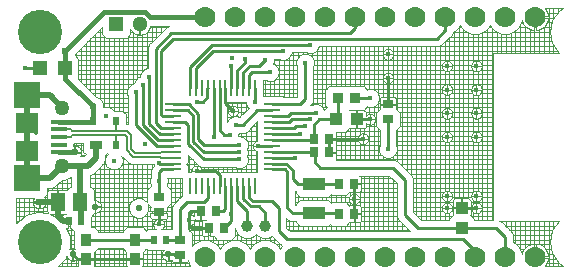
<source format=gbr>
G04 EAGLE Gerber RS-274X export*
G75*
%MOMM*%
%FSLAX34Y34*%
%LPD*%
%INTop Copper*%
%IPPOS*%
%AMOC8*
5,1,8,0,0,1.08239X$1,22.5*%
G01*
%ADD10R,0.700000X0.900000*%
%ADD11R,1.100000X1.000000*%
%ADD12R,1.000000X1.100000*%
%ADD13R,1.300000X1.500000*%
%ADD14R,0.900000X0.700000*%
%ADD15R,1.000000X0.700000*%
%ADD16R,0.600000X0.700000*%
%ADD17R,1.350000X0.400000*%
%ADD18R,1.900000X1.800000*%
%ADD19R,2.250000X2.250000*%
%ADD20C,1.275000*%
%ADD21R,1.290000X1.290000*%
%ADD22C,1.290000*%
%ADD23C,1.778000*%
%ADD24R,0.965200X0.939800*%
%ADD25R,1.200000X1.200000*%
%ADD26R,0.900000X1.000000*%
%ADD27C,1.000000*%
%ADD28R,1.346200X0.279400*%
%ADD29R,0.279400X1.346200*%
%ADD30R,1.900000X1.100000*%
%ADD31C,3.750000*%
%ADD32C,0.230000*%
%ADD33C,0.254000*%
%ADD34C,0.600000*%
%ADD35C,0.400000*%
%ADD36C,0.400000*%
%ADD37C,0.500000*%
%ADD38C,0.550000*%
%ADD39C,0.100000*%
%ADD40C,0.165000*%
%ADD41C,1.500000*%


D10*
X291500Y50000D03*
X278500Y50000D03*
X174500Y52000D03*
X161500Y52000D03*
X257500Y113500D03*
X270500Y113500D03*
D11*
X276500Y130000D03*
X293500Y130000D03*
D10*
X291500Y75500D03*
X278500Y75500D03*
X257500Y102000D03*
X270500Y102000D03*
D12*
X382500Y38000D03*
X382500Y55000D03*
D13*
X59500Y60000D03*
X40500Y60000D03*
D14*
X144000Y28000D03*
X144000Y15000D03*
X320000Y129800D03*
X320000Y142800D03*
X126000Y64500D03*
X126000Y51500D03*
D10*
X181500Y38000D03*
X168500Y38000D03*
D15*
X72500Y108250D03*
D16*
X89500Y108250D03*
X89500Y128250D03*
X70500Y128250D03*
D17*
X41250Y128000D03*
X41250Y121500D03*
X41250Y115000D03*
X41250Y108500D03*
X41250Y102000D03*
D18*
X14500Y126500D03*
X14500Y103500D03*
D19*
X14500Y150125D03*
X14500Y79875D03*
D20*
X44500Y139250D03*
X44500Y90750D03*
D21*
X90000Y210500D03*
D22*
X110000Y210500D03*
D23*
X165100Y216600D03*
X190500Y216600D03*
X215900Y216600D03*
X241300Y216600D03*
X266700Y216600D03*
X292100Y216600D03*
X317500Y216600D03*
X342900Y216600D03*
X368300Y216600D03*
X393700Y216600D03*
X419100Y216600D03*
X444500Y216600D03*
X165100Y13400D03*
X190500Y13400D03*
X215900Y13400D03*
X241300Y13400D03*
X266700Y13400D03*
X292100Y13400D03*
X317500Y13400D03*
X342900Y13400D03*
X368300Y13400D03*
X393700Y13400D03*
X419100Y13400D03*
X444500Y13400D03*
D24*
X292493Y148000D03*
X277507Y148000D03*
D25*
X25500Y173000D03*
X46500Y173000D03*
D16*
X50000Y44000D03*
X60000Y44000D03*
X132000Y28000D03*
X122000Y28000D03*
D26*
X64500Y28000D03*
X105500Y28000D03*
X64500Y12000D03*
X105500Y12000D03*
D27*
X201000Y40000D03*
X216000Y40000D03*
D28*
X221783Y87500D03*
X221783Y92500D03*
X221783Y97500D03*
X221783Y102500D03*
X221783Y107500D03*
X221783Y112500D03*
X221783Y117500D03*
X221783Y122500D03*
X221783Y127500D03*
X221783Y132500D03*
X221783Y137500D03*
X221783Y142500D03*
D29*
X207500Y156783D03*
X202500Y156783D03*
X197500Y156783D03*
X192500Y156783D03*
X187500Y156783D03*
X182500Y156783D03*
X177500Y156783D03*
X172500Y156783D03*
X167500Y156783D03*
X162500Y156783D03*
X157500Y156783D03*
X152500Y156783D03*
D28*
X138217Y142500D03*
X138217Y137500D03*
X138217Y132500D03*
X138217Y127500D03*
X138217Y122500D03*
X138217Y117500D03*
X138217Y112500D03*
X138217Y107500D03*
X138217Y102500D03*
X138217Y97500D03*
X138217Y92500D03*
X138217Y87500D03*
D29*
X152500Y73217D03*
X157500Y73217D03*
X162500Y73217D03*
X167500Y73217D03*
X172500Y73217D03*
X177500Y73217D03*
X182500Y73217D03*
X187500Y73217D03*
X192500Y73217D03*
X197500Y73217D03*
X202500Y73217D03*
X207500Y73217D03*
D30*
X257500Y75500D03*
X257500Y50500D03*
D31*
X25400Y26100D03*
X25400Y203900D03*
D32*
X132000Y28000D02*
X144000Y28000D01*
X144000Y54000D01*
X150000Y60000D01*
X164000Y60000D01*
X167500Y63500D02*
X167500Y73217D01*
X167500Y63500D02*
X164000Y60000D01*
D33*
X320000Y142800D02*
X320000Y165000D01*
D34*
X55000Y102000D03*
D35*
X320000Y165000D03*
X370000Y115000D03*
X395000Y65000D03*
X370000Y175000D03*
X395000Y55000D03*
X370000Y55000D03*
X395000Y115000D03*
X395000Y135000D03*
X395000Y155000D03*
X395000Y175000D03*
X370000Y155000D03*
X370000Y135000D03*
X370000Y65000D03*
X320000Y185000D03*
D36*
X55000Y102000D02*
X41250Y102000D01*
D37*
X40500Y60000D02*
X25000Y60000D01*
D34*
X25000Y60000D03*
D37*
X45000Y44000D02*
X50000Y44000D01*
X45000Y44000D02*
X40500Y48500D01*
X40500Y60000D01*
D38*
X72000Y56000D03*
D33*
X64500Y12000D02*
X105500Y12000D01*
D38*
X134000Y15500D03*
D33*
X143500Y15500D01*
X144000Y15000D01*
D38*
X53000Y15500D03*
D33*
X56500Y12000D01*
X64500Y12000D01*
X291500Y62500D02*
X291500Y75500D01*
D35*
X291500Y62500D03*
D33*
X291500Y50000D01*
X382500Y55000D02*
X395000Y55000D01*
D35*
X152000Y45000D03*
D33*
X152000Y50000D01*
X154000Y52000D01*
X161500Y52000D01*
X168500Y38000D02*
X154000Y38000D01*
X152000Y40000D01*
X152000Y45000D01*
X210000Y107500D02*
X221783Y107500D01*
D35*
X210000Y107500D03*
D33*
X138217Y92500D02*
X126317Y92500D01*
X126015Y92802D01*
D35*
X126015Y92802D03*
D33*
X177500Y82500D02*
X177500Y73217D01*
X174000Y86000D02*
X158000Y86000D01*
D35*
X158000Y86000D03*
D33*
X174000Y86000D02*
X177500Y82500D01*
X182500Y143500D02*
X182500Y156783D01*
X182500Y143500D02*
X189000Y137000D01*
D35*
X189000Y137000D03*
X188000Y182000D03*
D33*
X270500Y113500D02*
X270500Y102000D01*
X270500Y113500D02*
X299000Y113500D01*
D35*
X299000Y113500D03*
D33*
X293500Y130000D02*
X305000Y130000D01*
D35*
X305000Y130000D03*
X114000Y109000D03*
D33*
X126000Y51500D02*
X126000Y41000D01*
D35*
X126000Y41000D03*
D39*
X261500Y191690D02*
X261500Y191714D01*
X362687Y191714D01*
X365131Y192726D01*
X367002Y194597D01*
X367002Y194597D01*
X373938Y201533D01*
X374851Y203738D01*
X376451Y204401D01*
X380499Y208449D01*
X381000Y209658D01*
X381501Y208449D01*
X385549Y204401D01*
X390838Y202210D01*
X396562Y202210D01*
X401851Y204401D01*
X405899Y208449D01*
X406400Y209658D01*
X406901Y208449D01*
X410949Y204401D01*
X416238Y202210D01*
X421962Y202210D01*
X427251Y204401D01*
X431299Y208449D01*
X433470Y213689D01*
X433944Y212228D01*
X434758Y210630D01*
X435812Y209180D01*
X437080Y207912D01*
X438530Y206858D01*
X440128Y206044D01*
X441833Y205490D01*
X443604Y205210D01*
X444000Y205210D01*
X444000Y216100D01*
X445000Y216100D01*
X445000Y205210D01*
X445396Y205210D01*
X447167Y205490D01*
X448872Y206044D01*
X450470Y206858D01*
X451920Y207912D01*
X453188Y209180D01*
X454242Y210630D01*
X455056Y212228D01*
X455610Y213933D01*
X455890Y215704D01*
X455890Y216100D01*
X445000Y216100D01*
X445000Y217100D01*
X455890Y217100D01*
X455890Y217496D01*
X455610Y219267D01*
X455056Y220972D01*
X454242Y222570D01*
X453188Y224020D01*
X452708Y224500D01*
X468404Y224500D01*
X464565Y221935D01*
X464565Y221935D01*
X464565Y221935D01*
X459036Y213660D01*
X459036Y213660D01*
X457095Y203900D01*
X457095Y203900D01*
X459036Y194140D01*
X459036Y194140D01*
X464475Y186000D01*
X409000Y186000D01*
X409000Y44621D01*
X393000Y44639D01*
X393000Y45778D01*
X389934Y48844D01*
X390000Y49003D01*
X390000Y54500D01*
X383000Y54500D01*
X383000Y55500D01*
X390000Y55500D01*
X390000Y60997D01*
X389619Y61916D01*
X388916Y62619D01*
X387997Y63000D01*
X383000Y63000D01*
X383000Y55500D01*
X382000Y55500D01*
X382000Y63000D01*
X377003Y63000D01*
X376084Y62619D01*
X375381Y61916D01*
X375000Y60997D01*
X375000Y55500D01*
X382000Y55500D01*
X382000Y54500D01*
X375000Y54500D01*
X375000Y49003D01*
X375066Y48844D01*
X372000Y45778D01*
X372000Y44640D01*
X348287Y44617D01*
X341150Y51755D01*
X341150Y79823D01*
X340138Y82267D01*
X327767Y94638D01*
X325323Y95650D01*
X275685Y95650D01*
X276119Y96084D01*
X276500Y97003D01*
X276500Y101500D01*
X271000Y101500D01*
X271000Y102500D01*
X276500Y102500D01*
X276500Y106997D01*
X276188Y107750D01*
X276500Y108503D01*
X276500Y113000D01*
X271000Y113000D01*
X271000Y114000D01*
X276500Y114000D01*
X276500Y118497D01*
X276119Y119416D01*
X276035Y119500D01*
X284278Y119500D01*
X287344Y122566D01*
X287503Y122500D01*
X293000Y122500D01*
X293000Y129500D01*
X294000Y129500D01*
X294000Y122500D01*
X299497Y122500D01*
X300416Y122881D01*
X301119Y123584D01*
X301500Y124503D01*
X301500Y127136D01*
X302237Y126399D01*
X303263Y125807D01*
X304408Y125500D01*
X305000Y125500D01*
X305000Y130000D01*
X305000Y130000D01*
X305000Y125500D01*
X305592Y125500D01*
X306737Y125807D01*
X307763Y126399D01*
X308601Y127237D01*
X309193Y128263D01*
X309500Y129408D01*
X309500Y130000D01*
X305000Y130000D01*
X305000Y130000D01*
X309500Y130000D01*
X309500Y130592D01*
X309193Y131737D01*
X308601Y132763D01*
X307763Y133601D01*
X306737Y134193D01*
X305592Y134500D01*
X305000Y134500D01*
X305000Y130000D01*
X305000Y130000D01*
X305000Y134500D01*
X304408Y134500D01*
X303263Y134193D01*
X302237Y133601D01*
X301500Y132864D01*
X301500Y135497D01*
X301119Y136416D01*
X300416Y137119D01*
X299497Y137500D01*
X294000Y137500D01*
X294000Y130500D01*
X293000Y130500D01*
X293000Y137500D01*
X287503Y137500D01*
X287344Y137434D01*
X286977Y137801D01*
X299597Y137801D01*
X302651Y140855D01*
X303508Y140500D01*
X306492Y140500D01*
X309248Y141642D01*
X311358Y143752D01*
X312500Y146508D01*
X312500Y149492D01*
X311358Y152248D01*
X309248Y154358D01*
X306492Y155500D01*
X303508Y155500D01*
X302651Y155145D01*
X299597Y158199D01*
X285389Y158199D01*
X285008Y157818D01*
X284992Y157818D01*
X284611Y158199D01*
X270403Y158199D01*
X267181Y154977D01*
X267181Y141023D01*
X268213Y139991D01*
X266030Y137808D01*
X265358Y139430D01*
X263248Y141540D01*
X260492Y142682D01*
X257508Y142682D01*
X255456Y141832D01*
X254236Y141832D01*
X255638Y143233D01*
X256650Y145677D01*
X256650Y174456D01*
X257500Y176508D01*
X257500Y179492D01*
X256358Y182248D01*
X254248Y184358D01*
X251492Y185500D01*
X248508Y185500D01*
X245752Y184358D01*
X243642Y182248D01*
X242500Y179492D01*
X242500Y176508D01*
X243350Y174456D01*
X243350Y149755D01*
X242745Y149150D01*
X231039Y149150D01*
X230792Y149397D01*
X214397Y149397D01*
X214397Y163350D01*
X216456Y163350D01*
X218508Y162500D01*
X221492Y162500D01*
X224248Y163642D01*
X226358Y165752D01*
X227500Y168508D01*
X227500Y171492D01*
X226358Y174248D01*
X224248Y176358D01*
X222764Y176973D01*
X223400Y178508D01*
X223400Y181350D01*
X227456Y181350D01*
X229508Y180500D01*
X232492Y180500D01*
X235248Y181642D01*
X237358Y183752D01*
X238500Y186508D01*
X238500Y186532D01*
X250456Y186532D01*
X252508Y185682D01*
X255492Y185682D01*
X258248Y186824D01*
X260358Y188934D01*
X261500Y191690D01*
X370000Y69500D02*
X370000Y65000D01*
X370000Y65000D01*
X370000Y69500D01*
X369408Y69500D01*
X368263Y69193D01*
X367237Y68601D01*
X366399Y67763D01*
X365807Y66737D01*
X365500Y65592D01*
X365500Y65000D01*
X370000Y65000D01*
X370000Y65000D01*
X365500Y65000D01*
X365500Y64408D01*
X365807Y63263D01*
X366399Y62237D01*
X367237Y61399D01*
X368263Y60807D01*
X369408Y60500D01*
X370000Y60500D01*
X370000Y65000D01*
X370000Y65000D01*
X370000Y60500D01*
X370592Y60500D01*
X371737Y60807D01*
X372763Y61399D01*
X373601Y62237D01*
X374193Y63263D01*
X374500Y64408D01*
X374500Y65000D01*
X370000Y65000D01*
X370000Y65000D01*
X374500Y65000D01*
X374500Y65592D01*
X374193Y66737D01*
X373601Y67763D01*
X372763Y68601D01*
X371737Y69193D01*
X370592Y69500D01*
X370000Y69500D01*
X370000Y155000D02*
X370000Y159500D01*
X370000Y155000D02*
X370000Y155000D01*
X370000Y159500D01*
X369408Y159500D01*
X368263Y159193D01*
X367237Y158601D01*
X366399Y157763D01*
X365807Y156737D01*
X365500Y155592D01*
X365500Y155000D01*
X370000Y155000D01*
X370000Y155000D01*
X365500Y155000D01*
X365500Y154408D01*
X365807Y153263D01*
X366399Y152237D01*
X367237Y151399D01*
X368263Y150807D01*
X369408Y150500D01*
X370000Y150500D01*
X370000Y155000D01*
X370000Y155000D01*
X370000Y150500D01*
X370592Y150500D01*
X371737Y150807D01*
X372763Y151399D01*
X373601Y152237D01*
X374193Y153263D01*
X374500Y154408D01*
X374500Y155000D01*
X370000Y155000D01*
X370000Y155000D01*
X374500Y155000D01*
X374500Y155592D01*
X374193Y156737D01*
X373601Y157763D01*
X372763Y158601D01*
X371737Y159193D01*
X370592Y159500D01*
X370000Y159500D01*
X395000Y159500D02*
X395000Y155000D01*
X395000Y155000D01*
X395000Y159500D01*
X394408Y159500D01*
X393263Y159193D01*
X392237Y158601D01*
X391399Y157763D01*
X390807Y156737D01*
X390500Y155592D01*
X390500Y155000D01*
X395000Y155000D01*
X395000Y155000D01*
X390500Y155000D01*
X390500Y154408D01*
X390807Y153263D01*
X391399Y152237D01*
X392237Y151399D01*
X393263Y150807D01*
X394408Y150500D01*
X395000Y150500D01*
X395000Y155000D01*
X395000Y155000D01*
X395000Y150500D01*
X395592Y150500D01*
X396737Y150807D01*
X397763Y151399D01*
X398601Y152237D01*
X399193Y153263D01*
X399500Y154408D01*
X399500Y155000D01*
X395000Y155000D01*
X395000Y155000D01*
X399500Y155000D01*
X399500Y155592D01*
X399193Y156737D01*
X398601Y157763D01*
X397763Y158601D01*
X396737Y159193D01*
X395592Y159500D01*
X395000Y159500D01*
X395000Y119500D02*
X395000Y115000D01*
X395000Y115000D01*
X395000Y119500D01*
X394408Y119500D01*
X393263Y119193D01*
X392237Y118601D01*
X391399Y117763D01*
X390807Y116737D01*
X390500Y115592D01*
X390500Y115000D01*
X395000Y115000D01*
X395000Y115000D01*
X390500Y115000D01*
X390500Y114408D01*
X390807Y113263D01*
X391399Y112237D01*
X392237Y111399D01*
X393263Y110807D01*
X394408Y110500D01*
X395000Y110500D01*
X395000Y115000D01*
X395000Y115000D01*
X395000Y110500D01*
X395592Y110500D01*
X396737Y110807D01*
X397763Y111399D01*
X398601Y112237D01*
X399193Y113263D01*
X399500Y114408D01*
X399500Y115000D01*
X395000Y115000D01*
X395000Y115000D01*
X399500Y115000D01*
X399500Y115592D01*
X399193Y116737D01*
X398601Y117763D01*
X397763Y118601D01*
X396737Y119193D01*
X395592Y119500D01*
X395000Y119500D01*
X395000Y59500D02*
X395000Y55000D01*
X395000Y55000D01*
X395000Y59500D01*
X394408Y59500D01*
X393263Y59193D01*
X392237Y58601D01*
X391399Y57763D01*
X390807Y56737D01*
X390500Y55592D01*
X390500Y55000D01*
X395000Y55000D01*
X395000Y55000D01*
X390500Y55000D01*
X390500Y54408D01*
X390807Y53263D01*
X391399Y52237D01*
X392237Y51399D01*
X393263Y50807D01*
X394408Y50500D01*
X395000Y50500D01*
X395000Y55000D01*
X395000Y55000D01*
X395000Y50500D01*
X395592Y50500D01*
X396737Y50807D01*
X397763Y51399D01*
X398601Y52237D01*
X399193Y53263D01*
X399500Y54408D01*
X399500Y55000D01*
X395000Y55000D01*
X395000Y55000D01*
X399500Y55000D01*
X399500Y55592D01*
X399193Y56737D01*
X398601Y57763D01*
X397763Y58601D01*
X396737Y59193D01*
X395592Y59500D01*
X395000Y59500D01*
X395000Y65000D02*
X395000Y69500D01*
X395000Y65000D02*
X395000Y65000D01*
X395000Y69500D01*
X394408Y69500D01*
X393263Y69193D01*
X392237Y68601D01*
X391399Y67763D01*
X390807Y66737D01*
X390500Y65592D01*
X390500Y65000D01*
X395000Y65000D01*
X395000Y65000D01*
X390500Y65000D01*
X390500Y64408D01*
X390807Y63263D01*
X391399Y62237D01*
X392237Y61399D01*
X393263Y60807D01*
X394408Y60500D01*
X395000Y60500D01*
X395000Y65000D01*
X395000Y65000D01*
X395000Y60500D01*
X395592Y60500D01*
X396737Y60807D01*
X397763Y61399D01*
X398601Y62237D01*
X399193Y63263D01*
X399500Y64408D01*
X399500Y65000D01*
X395000Y65000D01*
X395000Y65000D01*
X399500Y65000D01*
X399500Y65592D01*
X399193Y66737D01*
X398601Y67763D01*
X397763Y68601D01*
X396737Y69193D01*
X395592Y69500D01*
X395000Y69500D01*
X320000Y165000D02*
X320000Y169500D01*
X320000Y165000D02*
X320000Y165000D01*
X320000Y169500D01*
X319408Y169500D01*
X318263Y169193D01*
X317237Y168601D01*
X316399Y167763D01*
X315807Y166737D01*
X315500Y165592D01*
X315500Y165000D01*
X320000Y165000D01*
X320000Y165000D01*
X315500Y165000D01*
X315500Y164408D01*
X315807Y163263D01*
X316399Y162237D01*
X317237Y161399D01*
X318263Y160807D01*
X319408Y160500D01*
X320000Y160500D01*
X320000Y165000D01*
X320000Y165000D01*
X320000Y160500D01*
X320592Y160500D01*
X321737Y160807D01*
X322763Y161399D01*
X323601Y162237D01*
X324193Y163263D01*
X324500Y164408D01*
X324500Y165000D01*
X320000Y165000D01*
X320000Y165000D01*
X324500Y165000D01*
X324500Y165592D01*
X324193Y166737D01*
X323601Y167763D01*
X322763Y168601D01*
X321737Y169193D01*
X320592Y169500D01*
X320000Y169500D01*
X370000Y119500D02*
X370000Y115000D01*
X370000Y115000D01*
X370000Y119500D01*
X369408Y119500D01*
X368263Y119193D01*
X367237Y118601D01*
X366399Y117763D01*
X365807Y116737D01*
X365500Y115592D01*
X365500Y115000D01*
X370000Y115000D01*
X370000Y115000D01*
X365500Y115000D01*
X365500Y114408D01*
X365807Y113263D01*
X366399Y112237D01*
X367237Y111399D01*
X368263Y110807D01*
X369408Y110500D01*
X370000Y110500D01*
X370000Y115000D01*
X370000Y115000D01*
X370000Y110500D01*
X370592Y110500D01*
X371737Y110807D01*
X372763Y111399D01*
X373601Y112237D01*
X374193Y113263D01*
X374500Y114408D01*
X374500Y115000D01*
X370000Y115000D01*
X370000Y115000D01*
X374500Y115000D01*
X374500Y115592D01*
X374193Y116737D01*
X373601Y117763D01*
X372763Y118601D01*
X371737Y119193D01*
X370592Y119500D01*
X370000Y119500D01*
X370000Y175000D02*
X370000Y179500D01*
X370000Y175000D02*
X370000Y175000D01*
X370000Y179500D01*
X369408Y179500D01*
X368263Y179193D01*
X367237Y178601D01*
X366399Y177763D01*
X365807Y176737D01*
X365500Y175592D01*
X365500Y175000D01*
X370000Y175000D01*
X370000Y175000D01*
X365500Y175000D01*
X365500Y174408D01*
X365807Y173263D01*
X366399Y172237D01*
X367237Y171399D01*
X368263Y170807D01*
X369408Y170500D01*
X370000Y170500D01*
X370000Y175000D01*
X370000Y175000D01*
X370000Y170500D01*
X370592Y170500D01*
X371737Y170807D01*
X372763Y171399D01*
X373601Y172237D01*
X374193Y173263D01*
X374500Y174408D01*
X374500Y175000D01*
X370000Y175000D01*
X370000Y175000D01*
X374500Y175000D01*
X374500Y175592D01*
X374193Y176737D01*
X373601Y177763D01*
X372763Y178601D01*
X371737Y179193D01*
X370592Y179500D01*
X370000Y179500D01*
X370000Y59500D02*
X370000Y55000D01*
X370000Y55000D01*
X370000Y59500D01*
X369408Y59500D01*
X368263Y59193D01*
X367237Y58601D01*
X366399Y57763D01*
X365807Y56737D01*
X365500Y55592D01*
X365500Y55000D01*
X370000Y55000D01*
X370000Y55000D01*
X365500Y55000D01*
X365500Y54408D01*
X365807Y53263D01*
X366399Y52237D01*
X367237Y51399D01*
X368263Y50807D01*
X369408Y50500D01*
X370000Y50500D01*
X370000Y55000D01*
X370000Y55000D01*
X370000Y50500D01*
X370592Y50500D01*
X371737Y50807D01*
X372763Y51399D01*
X373601Y52237D01*
X374193Y53263D01*
X374500Y54408D01*
X374500Y55000D01*
X370000Y55000D01*
X370000Y55000D01*
X374500Y55000D01*
X374500Y55592D01*
X374193Y56737D01*
X373601Y57763D01*
X372763Y58601D01*
X371737Y59193D01*
X370592Y59500D01*
X370000Y59500D01*
X395000Y135000D02*
X395000Y139500D01*
X395000Y135000D02*
X395000Y135000D01*
X395000Y139500D01*
X394408Y139500D01*
X393263Y139193D01*
X392237Y138601D01*
X391399Y137763D01*
X390807Y136737D01*
X390500Y135592D01*
X390500Y135000D01*
X395000Y135000D01*
X395000Y135000D01*
X390500Y135000D01*
X390500Y134408D01*
X390807Y133263D01*
X391399Y132237D01*
X392237Y131399D01*
X393263Y130807D01*
X394408Y130500D01*
X395000Y130500D01*
X395000Y135000D01*
X395000Y135000D01*
X395000Y130500D01*
X395592Y130500D01*
X396737Y130807D01*
X397763Y131399D01*
X398601Y132237D01*
X399193Y133263D01*
X399500Y134408D01*
X399500Y135000D01*
X395000Y135000D01*
X395000Y135000D01*
X399500Y135000D01*
X399500Y135592D01*
X399193Y136737D01*
X398601Y137763D01*
X397763Y138601D01*
X396737Y139193D01*
X395592Y139500D01*
X395000Y139500D01*
X395000Y175000D02*
X395000Y179500D01*
X395000Y175000D02*
X395000Y175000D01*
X395000Y179500D01*
X394408Y179500D01*
X393263Y179193D01*
X392237Y178601D01*
X391399Y177763D01*
X390807Y176737D01*
X390500Y175592D01*
X390500Y175000D01*
X395000Y175000D01*
X395000Y175000D01*
X390500Y175000D01*
X390500Y174408D01*
X390807Y173263D01*
X391399Y172237D01*
X392237Y171399D01*
X393263Y170807D01*
X394408Y170500D01*
X395000Y170500D01*
X395000Y175000D01*
X395000Y175000D01*
X395000Y170500D01*
X395592Y170500D01*
X396737Y170807D01*
X397763Y171399D01*
X398601Y172237D01*
X399193Y173263D01*
X399500Y174408D01*
X399500Y175000D01*
X395000Y175000D01*
X395000Y175000D01*
X399500Y175000D01*
X399500Y175592D01*
X399193Y176737D01*
X398601Y177763D01*
X397763Y178601D01*
X396737Y179193D01*
X395592Y179500D01*
X395000Y179500D01*
X370000Y139500D02*
X370000Y135000D01*
X370000Y135000D01*
X370000Y139500D01*
X369408Y139500D01*
X368263Y139193D01*
X367237Y138601D01*
X366399Y137763D01*
X365807Y136737D01*
X365500Y135592D01*
X365500Y135000D01*
X370000Y135000D01*
X370000Y135000D01*
X365500Y135000D01*
X365500Y134408D01*
X365807Y133263D01*
X366399Y132237D01*
X367237Y131399D01*
X368263Y130807D01*
X369408Y130500D01*
X370000Y130500D01*
X370000Y135000D01*
X370000Y135000D01*
X370000Y130500D01*
X370592Y130500D01*
X371737Y130807D01*
X372763Y131399D01*
X373601Y132237D01*
X374193Y133263D01*
X374500Y134408D01*
X374500Y135000D01*
X370000Y135000D01*
X370000Y135000D01*
X374500Y135000D01*
X374500Y135592D01*
X374193Y136737D01*
X373601Y137763D01*
X372763Y138601D01*
X371737Y139193D01*
X370592Y139500D01*
X370000Y139500D01*
X320000Y185000D02*
X320000Y189500D01*
X320000Y185000D02*
X320000Y185000D01*
X320000Y189500D01*
X319408Y189500D01*
X318263Y189193D01*
X317237Y188601D01*
X316399Y187763D01*
X315807Y186737D01*
X315500Y185592D01*
X315500Y185000D01*
X320000Y185000D01*
X320000Y185000D01*
X315500Y185000D01*
X315500Y184408D01*
X315807Y183263D01*
X316399Y182237D01*
X317237Y181399D01*
X318263Y180807D01*
X319408Y180500D01*
X320000Y180500D01*
X320000Y185000D01*
X320000Y185000D01*
X320000Y180500D01*
X320592Y180500D01*
X321737Y180807D01*
X322763Y181399D01*
X323601Y182237D01*
X324193Y183263D01*
X324500Y184408D01*
X324500Y185000D01*
X320000Y185000D01*
X320000Y185000D01*
X324500Y185000D01*
X324500Y185592D01*
X324193Y186737D01*
X323601Y187763D01*
X322763Y188601D01*
X321737Y189193D01*
X320592Y189500D01*
X320000Y189500D01*
X299000Y118000D02*
X299000Y113500D01*
X299000Y113500D01*
X299000Y118000D01*
X298408Y118000D01*
X297263Y117693D01*
X296237Y117101D01*
X295399Y116263D01*
X294807Y115237D01*
X294500Y114092D01*
X294500Y113500D01*
X299000Y113500D01*
X299000Y113500D01*
X294500Y113500D01*
X294500Y112908D01*
X294807Y111763D01*
X295399Y110737D01*
X296237Y109899D01*
X297263Y109307D01*
X298408Y109000D01*
X299000Y109000D01*
X299000Y113500D01*
X299000Y113500D01*
X299000Y109000D01*
X299592Y109000D01*
X300737Y109307D01*
X301763Y109899D01*
X302601Y110737D01*
X303193Y111763D01*
X303500Y112908D01*
X303500Y113500D01*
X299000Y113500D01*
X299000Y113500D01*
X303500Y113500D01*
X303500Y114092D01*
X303193Y115237D01*
X302601Y116263D01*
X301763Y117101D01*
X300737Y117693D01*
X299592Y118000D01*
X299000Y118000D01*
X327500Y106492D02*
X327500Y103508D01*
X327500Y106492D02*
X326770Y108254D01*
X326770Y120800D01*
X326778Y120800D01*
X330000Y124022D01*
X330000Y135578D01*
X326934Y138644D01*
X327000Y138803D01*
X327000Y142300D01*
X320500Y142300D01*
X320500Y143300D01*
X327000Y143300D01*
X327000Y146797D01*
X326619Y147716D01*
X325916Y148419D01*
X324997Y148800D01*
X320500Y148800D01*
X320500Y143300D01*
X319500Y143300D01*
X319500Y148800D01*
X315003Y148800D01*
X314084Y148419D01*
X313381Y147716D01*
X313000Y146797D01*
X313000Y143300D01*
X319500Y143300D01*
X319500Y142300D01*
X313000Y142300D01*
X313000Y138803D01*
X313066Y138644D01*
X310000Y135578D01*
X310000Y124022D01*
X313222Y120800D01*
X313230Y120800D01*
X313230Y108254D01*
X312500Y106492D01*
X312500Y103508D01*
X313642Y100752D01*
X315752Y98642D01*
X318508Y97500D01*
X321492Y97500D01*
X324248Y98642D01*
X326358Y100752D01*
X327500Y103508D01*
X98566Y17656D02*
X95500Y20722D01*
X98566Y17656D02*
X98500Y17497D01*
X98500Y12500D01*
X105000Y12500D01*
X105000Y11500D01*
X98500Y11500D01*
X98500Y6503D01*
X98881Y5584D01*
X98965Y5500D01*
X71035Y5500D01*
X71119Y5584D01*
X71500Y6503D01*
X71500Y11500D01*
X65000Y11500D01*
X65000Y12500D01*
X71500Y12500D01*
X71500Y17497D01*
X71434Y17656D01*
X74500Y20722D01*
X74500Y21350D01*
X95500Y21350D01*
X95500Y20722D01*
X459036Y35860D02*
X464475Y44000D01*
X459036Y35860D02*
X459036Y35860D01*
X457095Y26100D01*
X457095Y26100D01*
X459036Y16340D01*
X459036Y16340D01*
X464565Y8065D01*
X464565Y8065D01*
X464565Y8065D01*
X468404Y5500D01*
X452708Y5500D01*
X453188Y5980D01*
X454242Y7430D01*
X455056Y9028D01*
X455610Y10733D01*
X455890Y12504D01*
X455890Y12900D01*
X445000Y12900D01*
X445000Y13900D01*
X455890Y13900D01*
X455890Y14296D01*
X455610Y16067D01*
X455056Y17772D01*
X454242Y19370D01*
X453188Y20820D01*
X451920Y22088D01*
X450470Y23142D01*
X448872Y23956D01*
X447167Y24510D01*
X445396Y24790D01*
X445000Y24790D01*
X445000Y13900D01*
X444000Y13900D01*
X444000Y24790D01*
X443604Y24790D01*
X441833Y24510D01*
X440128Y23956D01*
X438530Y23142D01*
X437080Y22088D01*
X435812Y20820D01*
X434758Y19370D01*
X433944Y17772D01*
X433470Y16311D01*
X431299Y21551D01*
X427251Y25599D01*
X425750Y26221D01*
X425750Y31723D01*
X424738Y34167D01*
X416238Y42666D01*
X415304Y43602D01*
X415301Y43603D01*
X415298Y43606D01*
X414347Y44000D01*
X464475Y44000D01*
X327850Y47677D02*
X327850Y50323D01*
X327850Y47677D02*
X328862Y45233D01*
X338946Y35150D01*
X237255Y35150D01*
X234150Y38255D01*
X234150Y46446D01*
X235733Y44862D01*
X238177Y43850D01*
X242500Y43850D01*
X242500Y42722D01*
X245722Y39500D01*
X269278Y39500D01*
X271250Y41472D01*
X272722Y40000D01*
X284278Y40000D01*
X287344Y43066D01*
X287503Y43000D01*
X291000Y43000D01*
X291000Y49500D01*
X292000Y49500D01*
X292000Y43000D01*
X295497Y43000D01*
X296416Y43381D01*
X297119Y44084D01*
X297500Y45003D01*
X297500Y49500D01*
X292000Y49500D01*
X292000Y50500D01*
X297500Y50500D01*
X297500Y54997D01*
X297119Y55916D01*
X296416Y56619D01*
X295497Y57000D01*
X292000Y57000D01*
X292000Y50500D01*
X291000Y50500D01*
X291000Y57000D01*
X287503Y57000D01*
X287344Y56934D01*
X284278Y60000D01*
X272722Y60000D01*
X271750Y59028D01*
X269278Y61500D01*
X245722Y61500D01*
X242500Y58278D01*
X242500Y57150D01*
X242255Y57150D01*
X241650Y57755D01*
X241650Y69068D01*
X242177Y68850D01*
X242500Y68850D01*
X242500Y67722D01*
X245722Y64500D01*
X269278Y64500D01*
X271500Y66722D01*
X272722Y65500D01*
X284278Y65500D01*
X287344Y68566D01*
X287503Y68500D01*
X291000Y68500D01*
X291000Y75000D01*
X292000Y75000D01*
X292000Y68500D01*
X295497Y68500D01*
X296416Y68881D01*
X297119Y69584D01*
X297500Y70503D01*
X297500Y75000D01*
X292000Y75000D01*
X292000Y76000D01*
X297500Y76000D01*
X297500Y80497D01*
X297119Y81416D01*
X296416Y82119D01*
X295859Y82350D01*
X321245Y82350D01*
X327850Y75745D01*
X327850Y50323D01*
X291500Y62500D02*
X291500Y67000D01*
X291500Y62500D02*
X291500Y62500D01*
X291500Y67000D01*
X290908Y67000D01*
X289763Y66693D01*
X288737Y66101D01*
X287899Y65263D01*
X287307Y64237D01*
X287000Y63092D01*
X287000Y62500D01*
X291500Y62500D01*
X291500Y62500D01*
X287000Y62500D01*
X287000Y61908D01*
X287307Y60763D01*
X287899Y59737D01*
X288737Y58899D01*
X289763Y58307D01*
X290908Y58000D01*
X291500Y58000D01*
X291500Y62500D01*
X291500Y62500D01*
X291500Y58000D01*
X292092Y58000D01*
X293237Y58307D01*
X294263Y58899D01*
X295101Y59737D01*
X295693Y60763D01*
X296000Y61908D01*
X296000Y62500D01*
X291500Y62500D01*
X291500Y62500D01*
X296000Y62500D01*
X296000Y63092D01*
X295693Y64237D01*
X295101Y65263D01*
X294263Y66101D01*
X293237Y66693D01*
X292092Y67000D01*
X291500Y67000D01*
X152000Y49500D02*
X151408Y49500D01*
X150650Y49297D01*
X150650Y51245D01*
X152755Y53350D01*
X155500Y53350D01*
X155500Y52500D01*
X161000Y52500D01*
X161000Y51500D01*
X155500Y51500D01*
X155500Y47864D01*
X154763Y48601D01*
X153737Y49193D01*
X152592Y49500D01*
X152000Y49500D01*
X152000Y45000D01*
X152000Y45000D01*
X152000Y49500D01*
X112500Y17497D02*
X112500Y12500D01*
X112500Y17497D02*
X112434Y17656D01*
X115250Y20472D01*
X116722Y19000D01*
X130075Y19000D01*
X129799Y18724D01*
X129108Y17526D01*
X128750Y16191D01*
X128750Y15875D01*
X133625Y15875D01*
X133625Y15125D01*
X128750Y15125D01*
X128750Y14809D01*
X129108Y13474D01*
X129799Y12276D01*
X130776Y11299D01*
X131974Y10608D01*
X133309Y10250D01*
X133625Y10250D01*
X133625Y15125D01*
X134375Y15125D01*
X134375Y10250D01*
X134691Y10250D01*
X136026Y10608D01*
X137000Y11170D01*
X137000Y11003D01*
X137381Y10084D01*
X138084Y9381D01*
X139003Y9000D01*
X143500Y9000D01*
X143500Y14500D01*
X144500Y14500D01*
X144500Y9000D01*
X148997Y9000D01*
X149916Y9381D01*
X150619Y10084D01*
X150759Y10420D01*
X152797Y5500D01*
X112035Y5500D01*
X112119Y5584D01*
X112500Y6503D01*
X112500Y11500D01*
X106000Y11500D01*
X106000Y12500D01*
X112500Y12500D01*
X137000Y15500D02*
X137000Y15875D01*
X137000Y15500D02*
X143500Y15500D01*
X143500Y14500D01*
X139167Y14500D01*
X139250Y14809D01*
X139250Y15125D01*
X134375Y15125D01*
X134375Y15875D01*
X137000Y15875D01*
X40000Y50000D02*
X40000Y59500D01*
X41000Y59500D01*
X41000Y50000D01*
X47497Y50000D01*
X47656Y50066D01*
X47722Y50000D01*
X46503Y50000D01*
X45584Y49619D01*
X44881Y48916D01*
X44500Y47997D01*
X44500Y44500D01*
X49500Y44500D01*
X49500Y43500D01*
X44500Y43500D01*
X44500Y42588D01*
X40864Y46577D01*
X33989Y50000D01*
X40000Y50000D01*
X53375Y10250D02*
X53691Y10250D01*
X55026Y10608D01*
X56224Y11299D01*
X57201Y12276D01*
X57500Y12794D01*
X57500Y12500D01*
X64000Y12500D01*
X64000Y11500D01*
X57500Y11500D01*
X57500Y6503D01*
X57881Y5584D01*
X57965Y5500D01*
X40617Y5500D01*
X40864Y5623D01*
X47217Y12592D01*
X47883Y14312D01*
X48108Y13474D01*
X48799Y12276D01*
X49776Y11299D01*
X50974Y10608D01*
X52309Y10250D01*
X52625Y10250D01*
X52625Y15125D01*
X53375Y15125D01*
X53375Y10250D01*
X49500Y38000D02*
X49500Y43500D01*
X50500Y43500D01*
X50500Y38000D01*
X51722Y38000D01*
X54500Y35222D01*
X54500Y20722D01*
X54758Y20464D01*
X53691Y20750D01*
X53375Y20750D01*
X53375Y15875D01*
X52625Y15875D01*
X52625Y20750D01*
X52309Y20750D01*
X50974Y20392D01*
X50027Y19845D01*
X50623Y21385D01*
X50623Y30815D01*
X47840Y38000D01*
X49500Y38000D01*
X81272Y198550D02*
X78050Y201772D01*
X81272Y198550D02*
X98728Y198550D01*
X101950Y201772D01*
X101950Y206547D01*
X102069Y206261D01*
X103048Y204795D01*
X104295Y203548D01*
X105761Y202569D01*
X107389Y201894D01*
X109118Y201550D01*
X109500Y201550D01*
X109500Y210000D01*
X110500Y210000D01*
X110500Y201550D01*
X110882Y201550D01*
X112611Y201894D01*
X114239Y202569D01*
X115705Y203548D01*
X116952Y204795D01*
X117931Y206261D01*
X118606Y207889D01*
X118847Y209100D01*
X134653Y209100D01*
X132803Y208334D01*
X130932Y206463D01*
X119901Y195432D01*
X118030Y193561D01*
X117018Y191117D01*
X117018Y173500D01*
X116508Y173500D01*
X113752Y172358D01*
X111642Y170248D01*
X110500Y167492D01*
X110500Y166158D01*
X108570Y165358D01*
X106460Y163248D01*
X105321Y160500D01*
X105294Y160500D01*
X102538Y159358D01*
X100428Y157248D01*
X99286Y154492D01*
X99286Y151508D01*
X100136Y149456D01*
X100136Y126300D01*
X98000Y126300D01*
X98000Y134028D01*
X94778Y137250D01*
X87857Y137250D01*
X85748Y139358D01*
X82992Y140500D01*
X80008Y140500D01*
X79000Y140082D01*
X79000Y142691D01*
X77706Y145815D01*
X75315Y148206D01*
X72901Y149206D01*
X57692Y164414D01*
X58000Y164722D01*
X58000Y181278D01*
X54778Y184500D01*
X54751Y184500D01*
X55206Y185599D01*
X78050Y208443D01*
X78050Y201772D01*
X270000Y113000D02*
X270000Y109000D01*
X270000Y113000D02*
X271000Y113000D01*
X271000Y102500D01*
X270000Y102500D01*
X270000Y109000D01*
X229101Y21551D02*
X228600Y20342D01*
X228099Y21551D01*
X224051Y25599D01*
X218762Y27790D01*
X213038Y27790D01*
X207749Y25599D01*
X203701Y21551D01*
X203200Y20342D01*
X202699Y21551D01*
X198651Y25599D01*
X193362Y27790D01*
X187638Y27790D01*
X182349Y25599D01*
X178301Y21551D01*
X177800Y20342D01*
X177299Y21551D01*
X173251Y25599D01*
X167962Y27790D01*
X162238Y27790D01*
X156949Y25599D01*
X154000Y22650D01*
X154000Y33778D01*
X150778Y37000D01*
X150650Y37000D01*
X150650Y40703D01*
X151408Y40500D01*
X152000Y40500D01*
X152000Y45000D01*
X152000Y45000D01*
X152000Y40500D01*
X152592Y40500D01*
X153737Y40807D01*
X154763Y41399D01*
X155601Y42237D01*
X156193Y43263D01*
X156500Y44408D01*
X156500Y45000D01*
X152000Y45000D01*
X152000Y45000D01*
X156500Y45000D01*
X156500Y45465D01*
X156584Y45381D01*
X157503Y45000D01*
X161000Y45000D01*
X161000Y51500D01*
X162000Y51500D01*
X162000Y45000D01*
X165497Y45000D01*
X165656Y45066D01*
X165722Y45000D01*
X164503Y45000D01*
X163584Y44619D01*
X162881Y43916D01*
X162500Y42997D01*
X162500Y38500D01*
X168000Y38500D01*
X168000Y37500D01*
X162500Y37500D01*
X162500Y33003D01*
X162881Y32084D01*
X163584Y31381D01*
X164503Y31000D01*
X168000Y31000D01*
X168000Y37500D01*
X169000Y37500D01*
X169000Y31000D01*
X172497Y31000D01*
X172656Y31066D01*
X175722Y28000D01*
X187278Y28000D01*
X190500Y31222D01*
X190500Y37426D01*
X190642Y37568D01*
X192099Y34052D01*
X195052Y31099D01*
X198911Y29500D01*
X203089Y29500D01*
X206948Y31099D01*
X208500Y32651D01*
X210052Y31099D01*
X213911Y29500D01*
X218089Y29500D01*
X221948Y31099D01*
X222222Y31373D01*
X223733Y29862D01*
X230573Y23023D01*
X229101Y21551D01*
X122067Y90641D02*
X121822Y91065D01*
X122067Y90641D02*
X120261Y88835D01*
X119230Y86347D01*
X119230Y81254D01*
X118500Y79492D01*
X118500Y76508D01*
X119230Y74746D01*
X119230Y73500D01*
X119222Y73500D01*
X116000Y70278D01*
X116000Y59659D01*
X115994Y59673D01*
X113673Y61994D01*
X110641Y63250D01*
X107359Y63250D01*
X104327Y61994D01*
X102006Y59673D01*
X100750Y56641D01*
X100750Y53359D01*
X102006Y50327D01*
X104327Y48006D01*
X107359Y46750D01*
X110641Y46750D01*
X113673Y48006D01*
X115994Y50327D01*
X117250Y53359D01*
X117250Y56641D01*
X116662Y58059D01*
X119066Y55656D01*
X119000Y55497D01*
X119000Y52000D01*
X125500Y52000D01*
X125500Y51000D01*
X119000Y51000D01*
X119000Y47503D01*
X119381Y46584D01*
X120084Y45881D01*
X121003Y45500D01*
X125500Y45500D01*
X125500Y51000D01*
X126500Y51000D01*
X126500Y45500D01*
X130997Y45500D01*
X131916Y45881D01*
X132619Y46584D01*
X133000Y47503D01*
X133000Y51000D01*
X126500Y51000D01*
X126500Y52000D01*
X133000Y52000D01*
X133000Y55497D01*
X132934Y55656D01*
X136000Y58722D01*
X136000Y70278D01*
X132778Y73500D01*
X132770Y73500D01*
X132770Y74746D01*
X133500Y76508D01*
X133500Y79492D01*
X133040Y80603D01*
X145603Y80603D01*
X145603Y65007D01*
X144362Y63767D01*
X138362Y57767D01*
X137350Y55323D01*
X137350Y37000D01*
X128072Y37000D01*
X128763Y37399D01*
X129601Y38237D01*
X130193Y39263D01*
X130500Y40408D01*
X130500Y41000D01*
X126000Y41000D01*
X126000Y41000D01*
X130500Y41000D01*
X130500Y41592D01*
X130193Y42737D01*
X129601Y43763D01*
X128763Y44601D01*
X127737Y45193D01*
X126592Y45500D01*
X126000Y45500D01*
X126000Y41000D01*
X126000Y41000D01*
X126000Y45500D01*
X125408Y45500D01*
X124263Y45193D01*
X123237Y44601D01*
X122399Y43763D01*
X121807Y42737D01*
X121500Y41592D01*
X121500Y41000D01*
X126000Y41000D01*
X126000Y41000D01*
X121500Y41000D01*
X121500Y40408D01*
X121807Y39263D01*
X122399Y38237D01*
X123237Y37399D01*
X123928Y37000D01*
X116722Y37000D01*
X115250Y35528D01*
X112278Y38500D01*
X98722Y38500D01*
X95500Y35278D01*
X95500Y34650D01*
X74500Y34650D01*
X74500Y35278D01*
X71278Y38500D01*
X68500Y38500D01*
X68500Y47222D01*
X71500Y50222D01*
X71500Y50750D01*
X71625Y50750D01*
X71625Y55625D01*
X72375Y55625D01*
X72375Y50750D01*
X72691Y50750D01*
X74026Y51108D01*
X75224Y51799D01*
X76201Y52776D01*
X76892Y53974D01*
X77250Y55309D01*
X77250Y55625D01*
X72375Y55625D01*
X72375Y56375D01*
X77250Y56375D01*
X77250Y56691D01*
X76892Y58026D01*
X76201Y59224D01*
X75224Y60201D01*
X74026Y60892D01*
X72691Y61250D01*
X72375Y61250D01*
X72375Y56375D01*
X71625Y56375D01*
X71625Y61250D01*
X71500Y61250D01*
X71500Y69778D01*
X68278Y73000D01*
X67500Y73000D01*
X67500Y82816D01*
X70282Y83968D01*
X79282Y92968D01*
X80500Y95909D01*
X80500Y99972D01*
X82000Y101472D01*
X82933Y100539D01*
X81642Y99248D01*
X80500Y96492D01*
X80500Y93508D01*
X81642Y90752D01*
X83752Y88642D01*
X86508Y87500D01*
X89492Y87500D01*
X92248Y88642D01*
X94358Y90752D01*
X95500Y93508D01*
X95500Y96492D01*
X94358Y99248D01*
X94357Y99250D01*
X94416Y99250D01*
X97943Y95723D01*
X97944Y95723D01*
X99723Y93944D01*
X100753Y92913D01*
X103078Y91950D01*
X121585Y91950D01*
X121822Y91065D01*
X50722Y73000D02*
X47656Y69934D01*
X47497Y70000D01*
X41000Y70000D01*
X41000Y60500D01*
X40000Y60500D01*
X40000Y70000D01*
X33503Y70000D01*
X32584Y69619D01*
X31881Y68916D01*
X31500Y67997D01*
X31500Y60500D01*
X40000Y60500D01*
X40000Y59500D01*
X31500Y59500D01*
X31500Y52003D01*
X31881Y51084D01*
X32160Y50805D01*
X23032Y51651D01*
X13962Y49070D01*
X6437Y43387D01*
X5500Y41874D01*
X5500Y63125D01*
X20453Y63125D01*
X19875Y62123D01*
X19500Y60724D01*
X19500Y60500D01*
X24500Y60500D01*
X24500Y59500D01*
X19500Y59500D01*
X19500Y59276D01*
X19875Y57877D01*
X20599Y56623D01*
X21623Y55599D01*
X22877Y54875D01*
X24276Y54500D01*
X24500Y54500D01*
X24500Y59500D01*
X25500Y59500D01*
X25500Y54500D01*
X25724Y54500D01*
X27123Y54875D01*
X28377Y55599D01*
X29401Y56623D01*
X30125Y57877D01*
X30500Y59276D01*
X30500Y59500D01*
X25500Y59500D01*
X25500Y60500D01*
X30500Y60500D01*
X30500Y60724D01*
X30125Y62123D01*
X29401Y63377D01*
X28841Y63938D01*
X31250Y66347D01*
X31250Y71875D01*
X35216Y71875D01*
X38157Y73093D01*
X43939Y78875D01*
X46862Y78875D01*
X51227Y80683D01*
X51500Y80956D01*
X51500Y73000D01*
X50722Y73000D01*
X60125Y99877D02*
X60500Y101276D01*
X60500Y101500D01*
X55500Y101500D01*
X55500Y102500D01*
X60500Y102500D01*
X60500Y102724D01*
X60125Y104123D01*
X59401Y105377D01*
X58377Y106401D01*
X57123Y107125D01*
X55724Y107500D01*
X55500Y107500D01*
X55500Y102500D01*
X54500Y102500D01*
X54500Y107500D01*
X54276Y107500D01*
X53500Y107292D01*
X53500Y109065D01*
X54883Y109638D01*
X55445Y110200D01*
X62000Y110200D01*
X62000Y102472D01*
X64079Y100393D01*
X62436Y98750D01*
X59474Y98750D01*
X60125Y99877D01*
X189508Y132500D02*
X192492Y132500D01*
X189508Y132500D02*
X186752Y131358D01*
X184642Y129248D01*
X184150Y128061D01*
X184150Y144552D01*
X200000Y144552D01*
X200000Y143508D01*
X201142Y140752D01*
X202244Y139649D01*
X194333Y131737D01*
X192492Y132500D01*
X189000Y137000D02*
X189000Y141500D01*
X189000Y137000D02*
X189000Y137000D01*
X189000Y141500D01*
X188408Y141500D01*
X187263Y141193D01*
X186237Y140601D01*
X185399Y139763D01*
X184807Y138737D01*
X184500Y137592D01*
X184500Y137000D01*
X189000Y137000D01*
X189000Y137000D01*
X184500Y137000D01*
X184500Y136408D01*
X184807Y135263D01*
X185399Y134237D01*
X186237Y133399D01*
X187263Y132807D01*
X188408Y132500D01*
X189000Y132500D01*
X189000Y137000D01*
X189000Y137000D01*
X189000Y132500D01*
X189592Y132500D01*
X190737Y132807D01*
X191763Y133399D01*
X192601Y134237D01*
X193193Y135263D01*
X193500Y136408D01*
X193500Y137000D01*
X189000Y137000D01*
X189000Y137000D01*
X193500Y137000D01*
X193500Y137592D01*
X193193Y138737D01*
X192601Y139763D01*
X191763Y140601D01*
X190737Y141193D01*
X189592Y141500D01*
X189000Y141500D01*
X158000Y90500D02*
X158000Y86000D01*
X158000Y86000D01*
X158000Y90500D01*
X157408Y90500D01*
X156263Y90193D01*
X155237Y89601D01*
X154399Y88763D01*
X153807Y87737D01*
X153500Y86592D01*
X153500Y86000D01*
X158000Y86000D01*
X158000Y86000D01*
X153500Y86000D01*
X153500Y85448D01*
X150448Y85448D01*
X150448Y91175D01*
X149123Y92500D01*
X150448Y93825D01*
X150448Y100148D01*
X158362Y92233D01*
X160233Y90362D01*
X162677Y89350D01*
X190456Y89350D01*
X192508Y88500D01*
X195492Y88500D01*
X198248Y89642D01*
X200358Y91752D01*
X201500Y94508D01*
X201500Y97492D01*
X200869Y99016D01*
X201500Y100540D01*
X201500Y103524D01*
X200869Y105048D01*
X201500Y106572D01*
X201500Y109556D01*
X200358Y112312D01*
X198248Y114422D01*
X195492Y115564D01*
X193500Y115564D01*
X193500Y117918D01*
X194544Y118350D01*
X198323Y118350D01*
X200767Y119362D01*
X209552Y128148D01*
X209552Y112000D01*
X209408Y112000D01*
X208263Y111693D01*
X207237Y111101D01*
X206399Y110263D01*
X205807Y109237D01*
X205500Y108092D01*
X205500Y107500D01*
X210000Y107500D01*
X210000Y107500D01*
X205500Y107500D01*
X205500Y106908D01*
X205807Y105763D01*
X206399Y104737D01*
X207237Y103899D01*
X208263Y103307D01*
X209408Y103000D01*
X209552Y103000D01*
X209552Y85448D01*
X178825Y85448D01*
X177500Y84123D01*
X176175Y85448D01*
X162500Y85448D01*
X162500Y86000D01*
X158000Y86000D01*
X158000Y86000D01*
X162500Y86000D01*
X162500Y86592D01*
X162193Y87737D01*
X161601Y88763D01*
X160763Y89601D01*
X159737Y90193D01*
X158592Y90500D01*
X158000Y90500D01*
X300500Y129500D02*
X300500Y130000D01*
X300500Y129500D02*
X294000Y129500D01*
X294000Y130500D01*
X300500Y130500D01*
X300500Y130000D01*
X305000Y130000D01*
X305000Y130000D01*
X300500Y130000D01*
X57500Y8000D02*
X43031Y8000D01*
X71500Y8000D02*
X98500Y8000D01*
X112500Y8000D02*
X151761Y8000D01*
X454532Y8000D02*
X464663Y8000D01*
X49075Y12000D02*
X46677Y12000D01*
X52625Y12000D02*
X53375Y12000D01*
X56925Y12000D02*
X64000Y12000D01*
X65000Y12000D02*
X105000Y12000D01*
X106000Y12000D02*
X130075Y12000D01*
X133625Y12000D02*
X134375Y12000D01*
X143500Y12000D02*
X144500Y12000D01*
X455810Y12000D02*
X461936Y12000D01*
X53375Y16000D02*
X52625Y16000D01*
X71500Y16000D02*
X98500Y16000D01*
X112500Y16000D02*
X128750Y16000D01*
X444000Y16000D02*
X445000Y16000D01*
X455620Y16000D02*
X459263Y16000D01*
X50294Y20000D02*
X50086Y20000D01*
X52625Y20000D02*
X53375Y20000D01*
X73778Y20000D02*
X96222Y20000D01*
X114778Y20000D02*
X115722Y20000D01*
X431942Y20000D02*
X435216Y20000D01*
X444000Y20000D02*
X445000Y20000D01*
X453784Y20000D02*
X458308Y20000D01*
X54500Y24000D02*
X50623Y24000D01*
X154000Y24000D02*
X155350Y24000D01*
X174850Y24000D02*
X180750Y24000D01*
X200250Y24000D02*
X206150Y24000D01*
X225650Y24000D02*
X229595Y24000D01*
X428850Y24000D02*
X440265Y24000D01*
X444000Y24000D02*
X445000Y24000D01*
X448735Y24000D02*
X457513Y24000D01*
X54500Y28000D02*
X50623Y28000D01*
X154000Y28000D02*
X175722Y28000D01*
X187278Y28000D02*
X225595Y28000D01*
X425750Y28000D02*
X457473Y28000D01*
X54500Y32000D02*
X50164Y32000D01*
X154000Y32000D02*
X162964Y32000D01*
X168000Y32000D02*
X169000Y32000D01*
X190500Y32000D02*
X194151Y32000D01*
X207849Y32000D02*
X209151Y32000D01*
X425635Y32000D02*
X458269Y32000D01*
X53722Y36000D02*
X48614Y36000D01*
X73778Y36000D02*
X96222Y36000D01*
X114778Y36000D02*
X115722Y36000D01*
X151778Y36000D02*
X162500Y36000D01*
X168000Y36000D02*
X169000Y36000D01*
X190500Y36000D02*
X191292Y36000D01*
X236404Y36000D02*
X338095Y36000D01*
X422904Y36000D02*
X459130Y36000D01*
X50500Y40000D02*
X49500Y40000D01*
X68500Y40000D02*
X121609Y40000D01*
X130391Y40000D02*
X137350Y40000D01*
X150650Y40000D02*
X162500Y40000D01*
X234150Y40000D02*
X245222Y40000D01*
X269778Y40000D02*
X272722Y40000D01*
X284278Y40000D02*
X334095Y40000D01*
X418904Y40000D02*
X461803Y40000D01*
X7249Y44000D02*
X5500Y44000D01*
X43213Y44000D02*
X49500Y44000D01*
X68500Y44000D02*
X122636Y44000D01*
X126000Y44000D02*
X126000Y44000D01*
X129364Y44000D02*
X137350Y44000D01*
X152000Y44000D02*
X152000Y44000D01*
X156391Y44000D02*
X162964Y44000D01*
X234150Y44000D02*
X237815Y44000D01*
X291000Y44000D02*
X292000Y44000D01*
X297036Y44000D02*
X330095Y44000D01*
X12546Y48000D02*
X5500Y48000D01*
X38006Y48000D02*
X44501Y48000D01*
X69278Y48000D02*
X104341Y48000D01*
X113659Y48000D02*
X119000Y48000D01*
X125500Y48000D02*
X126500Y48000D01*
X133000Y48000D02*
X137350Y48000D01*
X152000Y48000D02*
X152000Y48000D01*
X155364Y48000D02*
X155500Y48000D01*
X161000Y48000D02*
X162000Y48000D01*
X291000Y48000D02*
X292000Y48000D01*
X297500Y48000D02*
X327850Y48000D01*
X344904Y48000D02*
X374222Y48000D01*
X390778Y48000D02*
X409000Y48000D01*
X31501Y52000D02*
X5500Y52000D01*
X40000Y52000D02*
X41000Y52000D01*
X71625Y52000D02*
X72375Y52000D01*
X75425Y52000D02*
X101313Y52000D01*
X116687Y52000D02*
X119000Y52000D01*
X133000Y52000D02*
X137350Y52000D01*
X151405Y52000D02*
X161000Y52000D01*
X291000Y52000D02*
X292000Y52000D01*
X297500Y52000D02*
X327850Y52000D01*
X341150Y52000D02*
X366636Y52000D01*
X370000Y52000D02*
X370000Y52000D01*
X373364Y52000D02*
X375000Y52000D01*
X390000Y52000D02*
X391636Y52000D01*
X395000Y52000D02*
X395000Y52000D01*
X398364Y52000D02*
X409000Y52000D01*
X21222Y56000D02*
X5500Y56000D01*
X24500Y56000D02*
X25500Y56000D01*
X28778Y56000D02*
X31500Y56000D01*
X40000Y56000D02*
X41000Y56000D01*
X72375Y56000D02*
X100750Y56000D01*
X117250Y56000D02*
X118722Y56000D01*
X133278Y56000D02*
X137631Y56000D01*
X291000Y56000D02*
X292000Y56000D01*
X297036Y56000D02*
X327850Y56000D01*
X341150Y56000D02*
X365609Y56000D01*
X370000Y56000D02*
X370000Y56000D01*
X374391Y56000D02*
X375000Y56000D01*
X382000Y56000D02*
X383000Y56000D01*
X390000Y56000D02*
X390609Y56000D01*
X395000Y56000D02*
X395000Y56000D01*
X399391Y56000D02*
X409000Y56000D01*
X24500Y60000D02*
X5500Y60000D01*
X25500Y60000D02*
X40000Y60000D01*
X71625Y60000D02*
X72375Y60000D01*
X75425Y60000D02*
X102333Y60000D01*
X115667Y60000D02*
X116000Y60000D01*
X136000Y60000D02*
X140596Y60000D01*
X241650Y60000D02*
X244222Y60000D01*
X270778Y60000D02*
X287747Y60000D01*
X291500Y60000D02*
X291500Y60000D01*
X295253Y60000D02*
X327850Y60000D01*
X341150Y60000D02*
X375000Y60000D01*
X382000Y60000D02*
X383000Y60000D01*
X390000Y60000D02*
X409000Y60000D01*
X31500Y64000D02*
X28903Y64000D01*
X40000Y64000D02*
X41000Y64000D01*
X71500Y64000D02*
X116000Y64000D01*
X136000Y64000D02*
X144596Y64000D01*
X241650Y64000D02*
X287243Y64000D01*
X291500Y64000D02*
X291500Y64000D01*
X295757Y64000D02*
X327850Y64000D01*
X341150Y64000D02*
X365609Y64000D01*
X370000Y64000D02*
X370000Y64000D01*
X374391Y64000D02*
X390609Y64000D01*
X395000Y64000D02*
X395000Y64000D01*
X399391Y64000D02*
X409000Y64000D01*
X31501Y68000D02*
X31250Y68000D01*
X40000Y68000D02*
X41000Y68000D01*
X71500Y68000D02*
X116000Y68000D01*
X136000Y68000D02*
X145603Y68000D01*
X241650Y68000D02*
X242500Y68000D01*
X286778Y68000D02*
X327850Y68000D01*
X341150Y68000D02*
X366636Y68000D01*
X370000Y68000D02*
X370000Y68000D01*
X373364Y68000D02*
X391636Y68000D01*
X395000Y68000D02*
X395000Y68000D01*
X398364Y68000D02*
X409000Y68000D01*
X49722Y72000D02*
X35518Y72000D01*
X69278Y72000D02*
X117722Y72000D01*
X134278Y72000D02*
X145603Y72000D01*
X291000Y72000D02*
X292000Y72000D01*
X297500Y72000D02*
X327850Y72000D01*
X341150Y72000D02*
X409000Y72000D01*
X51500Y76000D02*
X41064Y76000D01*
X67500Y76000D02*
X118710Y76000D01*
X133289Y76000D02*
X145603Y76000D01*
X297500Y76000D02*
X327595Y76000D01*
X341150Y76000D02*
X409000Y76000D01*
X51500Y80000D02*
X49578Y80000D01*
X67500Y80000D02*
X118711Y80000D01*
X133290Y80000D02*
X145603Y80000D01*
X297500Y80000D02*
X323595Y80000D01*
X341077Y80000D02*
X409000Y80000D01*
X119230Y84000D02*
X70314Y84000D01*
X338404Y84000D02*
X409000Y84000D01*
X85301Y88000D02*
X74314Y88000D01*
X90699Y88000D02*
X119915Y88000D01*
X150448Y88000D02*
X153959Y88000D01*
X158000Y88000D02*
X158000Y88000D01*
X162041Y88000D02*
X209552Y88000D01*
X334404Y88000D02*
X409000Y88000D01*
X81125Y92000D02*
X78314Y92000D01*
X94875Y92000D02*
X102957Y92000D01*
X149623Y92000D02*
X158595Y92000D01*
X200461Y92000D02*
X209552Y92000D01*
X330404Y92000D02*
X409000Y92000D01*
X80500Y96000D02*
X80500Y96000D01*
X95500Y96000D02*
X97666Y96000D01*
X150448Y96000D02*
X154595Y96000D01*
X201500Y96000D02*
X209552Y96000D01*
X276036Y96000D02*
X409000Y96000D01*
X63686Y100000D02*
X60158Y100000D01*
X80528Y100000D02*
X82393Y100000D01*
X150448Y100000D02*
X150595Y100000D01*
X201276Y100000D02*
X209552Y100000D01*
X276500Y100000D02*
X314393Y100000D01*
X325607Y100000D02*
X409000Y100000D01*
X55500Y104000D02*
X54500Y104000D01*
X60158Y104000D02*
X62000Y104000D01*
X201303Y104000D02*
X207136Y104000D01*
X270000Y104000D02*
X271000Y104000D01*
X276500Y104000D02*
X312500Y104000D01*
X327500Y104000D02*
X409000Y104000D01*
X62000Y108000D02*
X53500Y108000D01*
X201500Y108000D02*
X205500Y108000D01*
X270000Y108000D02*
X271000Y108000D01*
X276292Y108000D02*
X313125Y108000D01*
X326875Y108000D02*
X409000Y108000D01*
X209552Y112000D02*
X200488Y112000D01*
X270000Y112000D02*
X271000Y112000D01*
X276500Y112000D02*
X294743Y112000D01*
X299000Y112000D02*
X299000Y112000D01*
X303257Y112000D02*
X313230Y112000D01*
X326770Y112000D02*
X366636Y112000D01*
X370000Y112000D02*
X370000Y112000D01*
X373364Y112000D02*
X391636Y112000D01*
X395000Y112000D02*
X395000Y112000D01*
X398364Y112000D02*
X409000Y112000D01*
X209552Y116000D02*
X193500Y116000D01*
X276500Y116000D02*
X295247Y116000D01*
X299000Y116000D02*
X299000Y116000D01*
X302753Y116000D02*
X313230Y116000D01*
X326770Y116000D02*
X365609Y116000D01*
X370000Y116000D02*
X370000Y116000D01*
X374391Y116000D02*
X390609Y116000D01*
X395000Y116000D02*
X395000Y116000D01*
X399391Y116000D02*
X409000Y116000D01*
X209552Y120000D02*
X201404Y120000D01*
X284778Y120000D02*
X313230Y120000D01*
X326770Y120000D02*
X409000Y120000D01*
X209552Y124000D02*
X205404Y124000D01*
X293000Y124000D02*
X294000Y124000D01*
X301292Y124000D02*
X310022Y124000D01*
X329978Y124000D02*
X409000Y124000D01*
X100136Y128000D02*
X98000Y128000D01*
X209404Y128000D02*
X209552Y128000D01*
X293000Y128000D02*
X294000Y128000D01*
X305000Y128000D02*
X305000Y128000D01*
X309041Y128000D02*
X310000Y128000D01*
X330000Y128000D02*
X409000Y128000D01*
X100136Y132000D02*
X98000Y132000D01*
X184150Y132000D02*
X188301Y132000D01*
X193699Y132000D02*
X194596Y132000D01*
X293000Y132000D02*
X294000Y132000D01*
X305000Y132000D02*
X305000Y132000D01*
X309041Y132000D02*
X310000Y132000D01*
X330000Y132000D02*
X366636Y132000D01*
X370000Y132000D02*
X370000Y132000D01*
X373364Y132000D02*
X391636Y132000D01*
X395000Y132000D02*
X395000Y132000D01*
X398364Y132000D02*
X409000Y132000D01*
X100136Y136000D02*
X96028Y136000D01*
X184150Y136000D02*
X184609Y136000D01*
X189000Y136000D02*
X189000Y136000D01*
X193391Y136000D02*
X198596Y136000D01*
X293000Y136000D02*
X294000Y136000D01*
X301292Y136000D02*
X310422Y136000D01*
X329578Y136000D02*
X365609Y136000D01*
X370000Y136000D02*
X370000Y136000D01*
X374391Y136000D02*
X390609Y136000D01*
X395000Y136000D02*
X395000Y136000D01*
X399391Y136000D02*
X409000Y136000D01*
X100136Y140000D02*
X84199Y140000D01*
X184150Y140000D02*
X185636Y140000D01*
X189000Y140000D02*
X189000Y140000D01*
X192364Y140000D02*
X201893Y140000D01*
X264789Y140000D02*
X268204Y140000D01*
X301796Y140000D02*
X313000Y140000D01*
X327000Y140000D02*
X409000Y140000D01*
X100136Y144000D02*
X78458Y144000D01*
X184150Y144000D02*
X200000Y144000D01*
X255955Y144000D02*
X267181Y144000D01*
X311461Y144000D02*
X313000Y144000D01*
X319500Y144000D02*
X320500Y144000D01*
X327000Y144000D02*
X409000Y144000D01*
X100136Y148000D02*
X75521Y148000D01*
X256650Y148000D02*
X267181Y148000D01*
X312500Y148000D02*
X313664Y148000D01*
X319500Y148000D02*
X320500Y148000D01*
X326336Y148000D02*
X409000Y148000D01*
X99286Y152000D02*
X70107Y152000D01*
X214397Y152000D02*
X243350Y152000D01*
X256650Y152000D02*
X267181Y152000D01*
X311461Y152000D02*
X366636Y152000D01*
X370000Y152000D02*
X370000Y152000D01*
X373364Y152000D02*
X391636Y152000D01*
X395000Y152000D02*
X395000Y152000D01*
X398364Y152000D02*
X409000Y152000D01*
X99911Y156000D02*
X66107Y156000D01*
X214397Y156000D02*
X243350Y156000D01*
X256650Y156000D02*
X268204Y156000D01*
X301796Y156000D02*
X365609Y156000D01*
X370000Y156000D02*
X370000Y156000D01*
X374391Y156000D02*
X390609Y156000D01*
X395000Y156000D02*
X395000Y156000D01*
X399391Y156000D02*
X409000Y156000D01*
X104087Y160000D02*
X62107Y160000D01*
X214397Y160000D02*
X243350Y160000D01*
X256650Y160000D02*
X409000Y160000D01*
X107211Y164000D02*
X58107Y164000D01*
X224607Y164000D02*
X243350Y164000D01*
X256650Y164000D02*
X315609Y164000D01*
X320000Y164000D02*
X320000Y164000D01*
X324391Y164000D02*
X409000Y164000D01*
X110711Y168000D02*
X58000Y168000D01*
X227289Y168000D02*
X243350Y168000D01*
X256650Y168000D02*
X316636Y168000D01*
X320000Y168000D02*
X320000Y168000D01*
X323364Y168000D02*
X409000Y168000D01*
X113393Y172000D02*
X58000Y172000D01*
X227290Y172000D02*
X243350Y172000D01*
X256650Y172000D02*
X366636Y172000D01*
X370000Y172000D02*
X370000Y172000D01*
X373364Y172000D02*
X391636Y172000D01*
X395000Y172000D02*
X395000Y172000D01*
X398364Y172000D02*
X409000Y172000D01*
X117018Y176000D02*
X58000Y176000D01*
X224607Y176000D02*
X242710Y176000D01*
X257289Y176000D02*
X365609Y176000D01*
X370000Y176000D02*
X370000Y176000D01*
X374391Y176000D02*
X390609Y176000D01*
X395000Y176000D02*
X395000Y176000D01*
X399391Y176000D02*
X409000Y176000D01*
X117018Y180000D02*
X58000Y180000D01*
X223400Y180000D02*
X242711Y180000D01*
X257290Y180000D02*
X409000Y180000D01*
X117018Y184000D02*
X55278Y184000D01*
X237461Y184000D02*
X245393Y184000D01*
X254607Y184000D02*
X315609Y184000D01*
X320000Y184000D02*
X320000Y184000D01*
X324391Y184000D02*
X409000Y184000D01*
X117018Y188000D02*
X57607Y188000D01*
X259425Y188000D02*
X316636Y188000D01*
X320000Y188000D02*
X320000Y188000D01*
X323364Y188000D02*
X463139Y188000D01*
X117384Y192000D02*
X61607Y192000D01*
X363377Y192000D02*
X460466Y192000D01*
X120469Y196000D02*
X65607Y196000D01*
X368404Y196000D02*
X458666Y196000D01*
X79822Y200000D02*
X69607Y200000D01*
X100178Y200000D02*
X124469Y200000D01*
X372404Y200000D02*
X457871Y200000D01*
X78050Y204000D02*
X73607Y204000D01*
X101950Y204000D02*
X103843Y204000D01*
X109500Y204000D02*
X110500Y204000D01*
X116157Y204000D02*
X128469Y204000D01*
X375484Y204000D02*
X386516Y204000D01*
X400884Y204000D02*
X411916Y204000D01*
X426284Y204000D02*
X457115Y204000D01*
X78050Y208000D02*
X77607Y208000D01*
X109500Y208000D02*
X110500Y208000D01*
X118628Y208000D02*
X132469Y208000D01*
X380051Y208000D02*
X381949Y208000D01*
X405451Y208000D02*
X407349Y208000D01*
X430851Y208000D02*
X436992Y208000D01*
X444000Y208000D02*
X445000Y208000D01*
X452008Y208000D02*
X457911Y208000D01*
X434061Y212000D02*
X432770Y212000D01*
X444000Y212000D02*
X445000Y212000D01*
X454939Y212000D02*
X458706Y212000D01*
X445000Y216000D02*
X444000Y216000D01*
X455890Y216000D02*
X460600Y216000D01*
X463273Y220000D02*
X455371Y220000D01*
X453202Y224000D02*
X467656Y224000D01*
X8000Y63125D02*
X8000Y44567D01*
X12000Y47588D02*
X12000Y63125D01*
X16000Y63125D02*
X16000Y49650D01*
X20000Y50788D02*
X20000Y57660D01*
X20000Y59500D02*
X20000Y60500D01*
X20000Y62340D02*
X20000Y63125D01*
X24000Y54574D02*
X24000Y51561D01*
X24000Y59500D02*
X24000Y60500D01*
X28000Y55381D02*
X28000Y51190D01*
X28000Y59500D02*
X28000Y60500D01*
X32000Y50964D02*
X32000Y50820D01*
X32000Y59500D02*
X32000Y60500D01*
X32000Y69036D02*
X32000Y71875D01*
X36000Y50000D02*
X36000Y48999D01*
X36000Y59500D02*
X36000Y60500D01*
X36000Y70000D02*
X36000Y72200D01*
X40000Y50000D02*
X40000Y47007D01*
X40000Y70000D02*
X40000Y74936D01*
X44000Y9063D02*
X44000Y5500D01*
X44000Y43137D02*
X44000Y50000D01*
X44000Y70000D02*
X44000Y78875D01*
X48000Y13876D02*
X48000Y5500D01*
X48000Y37586D02*
X48000Y38000D01*
X48000Y43500D02*
X48000Y44500D01*
X48000Y70278D02*
X48000Y79346D01*
X52000Y10333D02*
X52000Y5500D01*
X52000Y20667D02*
X52000Y37722D01*
X56000Y11170D02*
X56000Y5500D01*
X56000Y101500D02*
X56000Y102500D01*
X56000Y107426D02*
X56000Y110200D01*
X56000Y183278D02*
X56000Y186393D01*
X60000Y12500D02*
X60000Y11500D01*
X60000Y98750D02*
X60000Y99660D01*
X60000Y101500D02*
X60000Y102500D01*
X60000Y104340D02*
X60000Y110200D01*
X60000Y162107D02*
X60000Y190393D01*
X64000Y100472D02*
X64000Y100314D01*
X64000Y158107D02*
X64000Y194393D01*
X68000Y12500D02*
X68000Y11500D01*
X68000Y73000D02*
X68000Y83023D01*
X68000Y154107D02*
X68000Y198393D01*
X72000Y18222D02*
X72000Y5500D01*
X72000Y37778D02*
X72000Y55625D01*
X72000Y56375D02*
X72000Y85686D01*
X72000Y150107D02*
X72000Y202393D01*
X76000Y21350D02*
X76000Y5500D01*
X76000Y34650D02*
X76000Y52575D01*
X76000Y55625D02*
X76000Y56375D01*
X76000Y59425D02*
X76000Y89686D01*
X76000Y147521D02*
X76000Y206393D01*
X80000Y21350D02*
X80000Y5500D01*
X80000Y34650D02*
X80000Y94702D01*
X80000Y140497D02*
X80000Y199822D01*
X84000Y21350D02*
X84000Y5500D01*
X84000Y34650D02*
X84000Y88539D01*
X84000Y140082D02*
X84000Y198550D01*
X88000Y21350D02*
X88000Y5500D01*
X88000Y34650D02*
X88000Y87500D01*
X88000Y137250D02*
X88000Y198550D01*
X92000Y21350D02*
X92000Y5500D01*
X92000Y34650D02*
X92000Y88539D01*
X92000Y137250D02*
X92000Y198550D01*
X96000Y20222D02*
X96000Y5500D01*
X96000Y35778D02*
X96000Y97666D01*
X96000Y136028D02*
X96000Y198550D01*
X100000Y12500D02*
X100000Y11500D01*
X100000Y38500D02*
X100000Y93666D01*
X100000Y126300D02*
X100000Y149784D01*
X100000Y156216D02*
X100000Y199822D01*
X104000Y12500D02*
X104000Y11500D01*
X104000Y38500D02*
X104000Y48333D01*
X104000Y61667D02*
X104000Y91950D01*
X104000Y159964D02*
X104000Y203843D01*
X108000Y12500D02*
X108000Y11500D01*
X108000Y38500D02*
X108000Y46750D01*
X108000Y63250D02*
X108000Y91950D01*
X108000Y164789D02*
X108000Y201773D01*
X112000Y12500D02*
X112000Y11500D01*
X112000Y38500D02*
X112000Y47313D01*
X112000Y62687D02*
X112000Y91950D01*
X112000Y170607D02*
X112000Y201772D01*
X116000Y19722D02*
X116000Y5500D01*
X116000Y36278D02*
X116000Y50341D01*
X116000Y70278D02*
X116000Y91950D01*
X116000Y173290D02*
X116000Y203843D01*
X120000Y19000D02*
X120000Y5500D01*
X120000Y37000D02*
X120000Y45964D01*
X120000Y51000D02*
X120000Y52000D01*
X120000Y88206D02*
X120000Y91950D01*
X120000Y195531D02*
X120000Y209100D01*
X124000Y19000D02*
X124000Y5500D01*
X124000Y41000D02*
X124000Y41000D01*
X124000Y45041D02*
X124000Y45500D01*
X124000Y51000D02*
X124000Y52000D01*
X124000Y199531D02*
X124000Y209100D01*
X128000Y19000D02*
X128000Y5500D01*
X128000Y41000D02*
X128000Y41000D01*
X128000Y45041D02*
X128000Y45500D01*
X128000Y51000D02*
X128000Y52000D01*
X128000Y203531D02*
X128000Y209100D01*
X132000Y10601D02*
X132000Y5500D01*
X132000Y15125D02*
X132000Y15875D01*
X132000Y37000D02*
X132000Y45964D01*
X132000Y51000D02*
X132000Y52000D01*
X132000Y207531D02*
X132000Y209100D01*
X136000Y10601D02*
X136000Y5500D01*
X136000Y15125D02*
X136000Y15875D01*
X136000Y37000D02*
X136000Y80603D01*
X140000Y9000D02*
X140000Y5500D01*
X140000Y14500D02*
X140000Y15500D01*
X140000Y59405D02*
X140000Y80603D01*
X144000Y14500D02*
X144000Y5500D01*
X144000Y63405D02*
X144000Y80603D01*
X148000Y9000D02*
X148000Y5500D01*
X152000Y5500D02*
X152000Y7423D01*
X152000Y35778D02*
X152000Y45000D01*
X152000Y52596D01*
X152000Y85448D02*
X152000Y98596D01*
X156000Y42928D02*
X156000Y24651D01*
X156000Y45000D02*
X156000Y45000D01*
X156000Y51500D02*
X156000Y52500D01*
X156000Y86000D02*
X156000Y86000D01*
X156000Y90041D02*
X156000Y94596D01*
X160000Y45000D02*
X160000Y26863D01*
X160000Y51500D02*
X160000Y52500D01*
X160000Y86000D02*
X160000Y86000D01*
X160000Y90041D02*
X160000Y90595D01*
X164000Y31208D02*
X164000Y27790D01*
X164000Y37500D02*
X164000Y38500D01*
X164000Y44792D02*
X164000Y45000D01*
X164000Y85448D02*
X164000Y89350D01*
X168000Y31000D02*
X168000Y27774D01*
X168000Y85448D02*
X168000Y89350D01*
X172000Y31000D02*
X172000Y26118D01*
X172000Y85448D02*
X172000Y89350D01*
X176000Y28000D02*
X176000Y22850D01*
X176000Y85448D02*
X176000Y89350D01*
X180000Y28000D02*
X180000Y23251D01*
X180000Y85448D02*
X180000Y89350D01*
X184000Y28000D02*
X184000Y26283D01*
X184000Y85448D02*
X184000Y89350D01*
X188000Y28722D02*
X188000Y27790D01*
X188000Y85448D02*
X188000Y89350D01*
X188000Y131875D02*
X188000Y132609D01*
X188000Y137000D02*
X188000Y137000D01*
X188000Y141391D02*
X188000Y144552D01*
X192000Y34290D02*
X192000Y27790D01*
X192000Y85448D02*
X192000Y88711D01*
X192000Y132500D02*
X192000Y133636D01*
X192000Y137000D02*
X192000Y137000D01*
X192000Y140364D02*
X192000Y144552D01*
X196000Y30706D02*
X196000Y26697D01*
X196000Y85448D02*
X196000Y88710D01*
X196000Y115353D02*
X196000Y118350D01*
X196000Y133405D02*
X196000Y144552D01*
X200000Y29500D02*
X200000Y24250D01*
X200000Y85448D02*
X200000Y91393D01*
X200000Y112671D02*
X200000Y119045D01*
X200000Y137405D02*
X200000Y143508D01*
X204000Y29878D02*
X204000Y21851D01*
X204000Y85448D02*
X204000Y122596D01*
X208000Y32151D02*
X208000Y25703D01*
X208000Y85448D02*
X208000Y103459D01*
X208000Y107500D02*
X208000Y107500D01*
X208000Y111541D02*
X208000Y126596D01*
X212000Y30292D02*
X212000Y27360D01*
X216000Y27790D02*
X216000Y29500D01*
X216000Y149397D02*
X216000Y163350D01*
X220000Y30292D02*
X220000Y27277D01*
X220000Y149397D02*
X220000Y162500D01*
X224000Y29595D02*
X224000Y25620D01*
X224000Y149397D02*
X224000Y163539D01*
X224000Y176461D02*
X224000Y181350D01*
X228000Y25595D02*
X228000Y21650D01*
X228000Y149397D02*
X228000Y181125D01*
X232000Y180500D02*
X232000Y149150D01*
X236000Y44752D02*
X236000Y36404D01*
X236000Y149150D02*
X236000Y182393D01*
X240000Y43850D02*
X240000Y35150D01*
X240000Y149150D02*
X240000Y186532D01*
X244000Y41222D02*
X244000Y35150D01*
X244000Y59778D02*
X244000Y66222D01*
X244000Y182607D02*
X244000Y186532D01*
X248000Y39500D02*
X248000Y35150D01*
X248000Y61500D02*
X248000Y64500D01*
X248000Y185290D02*
X248000Y186532D01*
X252000Y39500D02*
X252000Y35150D01*
X252000Y61500D02*
X252000Y64500D01*
X252000Y185289D02*
X252000Y185893D01*
X256000Y39500D02*
X256000Y35150D01*
X256000Y61500D02*
X256000Y64500D01*
X256000Y142057D02*
X256000Y144108D01*
X256000Y182607D02*
X256000Y185892D01*
X260000Y39500D02*
X260000Y35150D01*
X260000Y61500D02*
X260000Y64500D01*
X260000Y142682D02*
X260000Y188575D01*
X264000Y39500D02*
X264000Y35150D01*
X264000Y61500D02*
X264000Y64500D01*
X264000Y140789D02*
X264000Y191714D01*
X268000Y39500D02*
X268000Y35150D01*
X268000Y61500D02*
X268000Y64500D01*
X268000Y139778D02*
X268000Y140204D01*
X268000Y155796D02*
X268000Y191714D01*
X272000Y40722D02*
X272000Y35150D01*
X272000Y59278D02*
X272000Y66222D01*
X272000Y101500D02*
X272000Y102500D01*
X272000Y113000D02*
X272000Y114000D01*
X272000Y158199D02*
X272000Y191714D01*
X276000Y40000D02*
X276000Y35150D01*
X276000Y60000D02*
X276000Y65500D01*
X276000Y95650D02*
X276000Y95964D01*
X276000Y101500D02*
X276000Y102500D01*
X276000Y113000D02*
X276000Y114000D01*
X276000Y158199D02*
X276000Y191714D01*
X280000Y40000D02*
X280000Y35150D01*
X280000Y60000D02*
X280000Y65500D01*
X280000Y95650D02*
X280000Y119500D01*
X280000Y158199D02*
X280000Y191714D01*
X284000Y40000D02*
X284000Y35150D01*
X284000Y60000D02*
X284000Y65500D01*
X284000Y95650D02*
X284000Y119500D01*
X284000Y158199D02*
X284000Y191714D01*
X288000Y43000D02*
X288000Y35150D01*
X288000Y57000D02*
X288000Y59636D01*
X288000Y62500D02*
X288000Y62500D01*
X288000Y65364D02*
X288000Y68500D01*
X288000Y95650D02*
X288000Y122500D01*
X288000Y137500D02*
X288000Y137801D01*
X288000Y158199D02*
X288000Y191714D01*
X292000Y43000D02*
X292000Y35150D01*
X292000Y57000D02*
X292000Y58000D01*
X292000Y62500D02*
X292000Y62500D01*
X292000Y67000D02*
X292000Y68500D01*
X292000Y95650D02*
X292000Y122500D01*
X292000Y137500D02*
X292000Y137801D01*
X292000Y158199D02*
X292000Y191714D01*
X296000Y43208D02*
X296000Y35150D01*
X296000Y49500D02*
X296000Y50500D01*
X296000Y56792D02*
X296000Y68708D01*
X296000Y75000D02*
X296000Y76000D01*
X296000Y82292D02*
X296000Y82350D01*
X296000Y95650D02*
X296000Y110136D01*
X296000Y113500D02*
X296000Y113500D01*
X296000Y116864D02*
X296000Y122500D01*
X296000Y129500D02*
X296000Y130500D01*
X296000Y137500D02*
X296000Y137801D01*
X296000Y158199D02*
X296000Y191714D01*
X300000Y82350D02*
X300000Y35150D01*
X300000Y95650D02*
X300000Y109109D01*
X300000Y113500D02*
X300000Y113500D01*
X300000Y117891D02*
X300000Y122708D01*
X300000Y129500D02*
X300000Y130500D01*
X300000Y137292D02*
X300000Y138204D01*
X300000Y157796D02*
X300000Y191714D01*
X304000Y82350D02*
X304000Y35150D01*
X304000Y95650D02*
X304000Y125609D01*
X304000Y130000D02*
X304000Y130000D01*
X304000Y134391D02*
X304000Y140500D01*
X304000Y155500D02*
X304000Y191714D01*
X308000Y82350D02*
X308000Y35150D01*
X308000Y95650D02*
X308000Y126636D01*
X308000Y130000D02*
X308000Y130000D01*
X308000Y133364D02*
X308000Y141125D01*
X308000Y154875D02*
X308000Y191714D01*
X312000Y82350D02*
X312000Y35150D01*
X312000Y95650D02*
X312000Y122022D01*
X312000Y137578D02*
X312000Y145301D01*
X312000Y150699D02*
X312000Y191714D01*
X316000Y82350D02*
X316000Y35150D01*
X316000Y95650D02*
X316000Y98539D01*
X316000Y142300D02*
X316000Y143300D01*
X316000Y148800D02*
X316000Y162928D01*
X316000Y165000D02*
X316000Y165000D01*
X316000Y167072D02*
X316000Y182928D01*
X316000Y185000D02*
X316000Y185000D01*
X316000Y187072D02*
X316000Y191714D01*
X320000Y82350D02*
X320000Y35150D01*
X320000Y95650D02*
X320000Y97500D01*
X320000Y143300D02*
X320000Y165000D01*
X320000Y185000D01*
X320000Y191714D01*
X324000Y79595D02*
X324000Y35150D01*
X324000Y95650D02*
X324000Y98539D01*
X324000Y142300D02*
X324000Y143300D01*
X324000Y148800D02*
X324000Y162928D01*
X324000Y165000D02*
X324000Y165000D01*
X324000Y167072D02*
X324000Y182928D01*
X324000Y185000D02*
X324000Y185000D01*
X324000Y187072D02*
X324000Y191714D01*
X328000Y47315D02*
X328000Y35150D01*
X328000Y94404D02*
X328000Y122022D01*
X328000Y137578D02*
X328000Y191714D01*
X332000Y42096D02*
X332000Y35150D01*
X332000Y90404D02*
X332000Y191714D01*
X336000Y38096D02*
X336000Y35150D01*
X336000Y86404D02*
X336000Y191714D01*
X340000Y191714D02*
X340000Y82404D01*
X344000Y48904D02*
X344000Y191714D01*
X348000Y191714D02*
X348000Y44904D01*
X352000Y44621D02*
X352000Y191714D01*
X356000Y191714D02*
X356000Y44625D01*
X360000Y44629D02*
X360000Y191714D01*
X364000Y192258D02*
X364000Y44632D01*
X368000Y44636D02*
X368000Y50959D01*
X368000Y55000D02*
X368000Y55000D01*
X368000Y59041D02*
X368000Y60959D01*
X368000Y65000D02*
X368000Y65000D01*
X368000Y69041D02*
X368000Y110959D01*
X368000Y115000D02*
X368000Y115000D01*
X368000Y119041D02*
X368000Y130959D01*
X368000Y135000D02*
X368000Y135000D01*
X368000Y139041D02*
X368000Y150959D01*
X368000Y155000D02*
X368000Y155000D01*
X368000Y159041D02*
X368000Y170959D01*
X368000Y175000D02*
X368000Y175000D01*
X368000Y179041D02*
X368000Y195596D01*
X372000Y50959D02*
X372000Y45778D01*
X372000Y55000D02*
X372000Y55000D01*
X372000Y59041D02*
X372000Y60959D01*
X372000Y65000D02*
X372000Y65000D01*
X372000Y69041D02*
X372000Y110959D01*
X372000Y115000D02*
X372000Y115000D01*
X372000Y119041D02*
X372000Y130959D01*
X372000Y135000D02*
X372000Y135000D01*
X372000Y139041D02*
X372000Y150959D01*
X372000Y155000D02*
X372000Y155000D01*
X372000Y159041D02*
X372000Y170959D01*
X372000Y175000D02*
X372000Y175000D01*
X372000Y179041D02*
X372000Y199596D01*
X376000Y55500D02*
X376000Y54500D01*
X376000Y62536D02*
X376000Y204214D01*
X380000Y55500D02*
X380000Y54500D01*
X380000Y63000D02*
X380000Y207950D01*
X384000Y55500D02*
X384000Y54500D01*
X384000Y63000D02*
X384000Y205949D01*
X388000Y55500D02*
X388000Y54500D01*
X388000Y62999D02*
X388000Y203385D01*
X392000Y51636D02*
X392000Y46778D01*
X392000Y55000D02*
X392000Y55000D01*
X392000Y58364D02*
X392000Y61636D01*
X392000Y65000D02*
X392000Y65000D01*
X392000Y68364D02*
X392000Y111636D01*
X392000Y115000D02*
X392000Y115000D01*
X392000Y118364D02*
X392000Y131636D01*
X392000Y135000D02*
X392000Y135000D01*
X392000Y138364D02*
X392000Y151636D01*
X392000Y155000D02*
X392000Y155000D01*
X392000Y158364D02*
X392000Y171636D01*
X392000Y175000D02*
X392000Y175000D01*
X392000Y178364D02*
X392000Y202210D01*
X396000Y50609D02*
X396000Y44635D01*
X396000Y55000D02*
X396000Y55000D01*
X396000Y59391D02*
X396000Y60609D01*
X396000Y65000D02*
X396000Y65000D01*
X396000Y69391D02*
X396000Y110609D01*
X396000Y115000D02*
X396000Y115000D01*
X396000Y119391D02*
X396000Y130609D01*
X396000Y135000D02*
X396000Y135000D01*
X396000Y139391D02*
X396000Y150609D01*
X396000Y155000D02*
X396000Y155000D01*
X396000Y159391D02*
X396000Y170609D01*
X396000Y175000D02*
X396000Y175000D01*
X396000Y179391D02*
X396000Y202210D01*
X400000Y203634D02*
X400000Y44631D01*
X404000Y44627D02*
X404000Y206550D01*
X408000Y207349D02*
X408000Y44622D01*
X412000Y186000D02*
X412000Y203965D01*
X416000Y44000D02*
X416000Y42905D01*
X416000Y186000D02*
X416000Y202308D01*
X420000Y44000D02*
X420000Y38904D01*
X420000Y186000D02*
X420000Y202210D01*
X424000Y44000D02*
X424000Y34904D01*
X424000Y186000D02*
X424000Y203054D01*
X428000Y44000D02*
X428000Y24850D01*
X428000Y186000D02*
X428000Y205150D01*
X432000Y44000D02*
X432000Y19859D01*
X432000Y186000D02*
X432000Y210141D01*
X436000Y44000D02*
X436000Y21008D01*
X436000Y186000D02*
X436000Y208992D01*
X440000Y44000D02*
X440000Y23890D01*
X440000Y186000D02*
X440000Y206110D01*
X444000Y44000D02*
X444000Y13900D01*
X444000Y186000D02*
X444000Y216100D01*
X448000Y13900D02*
X448000Y12900D01*
X448000Y24239D02*
X448000Y44000D01*
X448000Y186000D02*
X448000Y205761D01*
X448000Y216100D02*
X448000Y217100D01*
X452000Y13900D02*
X452000Y12900D01*
X452000Y22008D02*
X452000Y44000D01*
X452000Y186000D02*
X452000Y207992D01*
X452000Y216100D02*
X452000Y217100D01*
X456000Y44000D02*
X456000Y5500D01*
X456000Y186000D02*
X456000Y224500D01*
X460000Y14898D02*
X460000Y5500D01*
X460000Y37302D02*
X460000Y44000D01*
X460000Y186000D02*
X460000Y192698D01*
X460000Y215102D02*
X460000Y224500D01*
X464000Y8911D02*
X464000Y5500D01*
X464000Y43289D02*
X464000Y44000D01*
X464000Y186000D02*
X464000Y186711D01*
X464000Y221089D02*
X464000Y224500D01*
X468000Y5770D02*
X468000Y5500D01*
X468000Y224230D02*
X468000Y224500D01*
D32*
X232500Y87500D02*
X221783Y87500D01*
X235000Y85000D02*
X235000Y55000D01*
X239500Y50500D01*
X257500Y50500D01*
X235000Y85000D02*
X232500Y87500D01*
X257500Y50500D02*
X278000Y50500D01*
X278500Y50000D01*
X239332Y79668D02*
X239332Y86794D01*
X233626Y92500D02*
X221783Y92500D01*
X233626Y92500D02*
X239332Y86794D01*
X243500Y75500D02*
X257500Y75500D01*
X243500Y75500D02*
X239332Y79668D01*
X257500Y75500D02*
X278500Y75500D01*
X192500Y73217D02*
X192500Y60500D01*
X201000Y52000D01*
X201000Y40000D01*
X203706Y56168D02*
X210832Y56168D01*
X197500Y62374D02*
X197500Y73217D01*
X197500Y62374D02*
X203706Y56168D01*
X216000Y51000D02*
X216000Y40000D01*
X216000Y51000D02*
X210832Y56168D01*
X172500Y115000D02*
X172500Y156783D01*
D35*
X172500Y115000D03*
D32*
X177500Y120500D02*
X177500Y156783D01*
X177500Y120500D02*
X181000Y117000D01*
X186000Y117000D01*
D35*
X186000Y117000D03*
D32*
X167079Y156362D02*
X167500Y156783D01*
X167079Y156362D02*
X167079Y148734D01*
X163345Y145000D01*
X158000Y145000D01*
D35*
X158000Y145000D03*
D32*
X209500Y137500D02*
X221783Y137500D01*
X197000Y125000D02*
X191000Y125000D01*
D35*
X191000Y125000D03*
D32*
X197000Y125000D02*
X209500Y137500D01*
X207500Y145000D02*
X207500Y156783D01*
D35*
X207500Y145000D03*
D32*
X202500Y156783D02*
X202500Y167500D01*
D35*
X220000Y170000D03*
D32*
X205000Y170000D02*
X202500Y167500D01*
X205000Y170000D02*
X220000Y170000D01*
X221783Y97500D02*
X241000Y97500D01*
X241500Y97000D01*
D35*
X241500Y97000D03*
D32*
X245698Y117500D02*
X221783Y117500D01*
X245698Y117500D02*
X246000Y117802D01*
D35*
X246000Y117802D03*
D32*
X240500Y122500D02*
X221783Y122500D01*
X242000Y124000D02*
X250000Y124000D01*
D35*
X250000Y124000D03*
D32*
X242000Y124000D02*
X240500Y122500D01*
X236500Y127500D02*
X221783Y127500D01*
X236500Y127500D02*
X239000Y130000D01*
X254000Y130000D01*
D35*
X254000Y130000D03*
D32*
X235374Y132500D02*
X221783Y132500D01*
X238056Y135182D02*
X259000Y135182D01*
D35*
X259000Y135182D03*
D32*
X238056Y135182D02*
X235374Y132500D01*
X202500Y73217D02*
X202500Y63500D01*
X234500Y28500D02*
X383500Y28500D01*
X393700Y18300D01*
X393700Y13400D01*
X205500Y60500D02*
X202500Y63500D01*
X227500Y35500D02*
X234500Y28500D01*
X222000Y60500D02*
X205500Y60500D01*
X222000Y60500D02*
X227500Y55000D01*
X227500Y35500D01*
D33*
X257500Y102000D02*
X256500Y102500D01*
D32*
X221783Y102500D01*
X257500Y102000D02*
X258000Y101000D01*
X258000Y93500D01*
X262500Y89000D01*
X334500Y78500D02*
X334500Y49000D01*
X345535Y37965D01*
X382500Y38000D01*
X324000Y89000D02*
X262500Y89000D01*
X324000Y89000D02*
X334500Y78500D01*
X382500Y38000D02*
X411531Y37969D01*
X419100Y30400D02*
X419100Y13400D01*
X419100Y30400D02*
X411531Y37969D01*
X192500Y156783D02*
X192500Y171500D01*
D35*
X199000Y181000D03*
D32*
X199000Y178000D01*
X192500Y171500D01*
D35*
X215900Y180000D03*
D32*
X210900Y175000D01*
X202874Y175000D01*
X197500Y169626D01*
X197500Y156783D01*
X157500Y156783D02*
X157500Y173500D01*
X172000Y188000D01*
D35*
X231000Y188000D03*
D32*
X172000Y188000D01*
X152500Y174626D02*
X152500Y156783D01*
X152500Y174626D02*
X171056Y193182D01*
D35*
X254000Y193182D03*
D32*
X171056Y193182D01*
X138217Y122500D02*
X128000Y122500D01*
X123668Y189794D02*
X136570Y202696D01*
X123668Y126832D02*
X128000Y122500D01*
X123668Y126832D02*
X123668Y189794D01*
X292100Y207100D02*
X292100Y216600D01*
X287696Y202696D02*
X136570Y202696D01*
X287696Y202696D02*
X292100Y207100D01*
D35*
X118000Y166000D03*
D32*
X118000Y126374D02*
X126874Y117500D01*
X138217Y117500D01*
X118000Y126374D02*
X118000Y166000D01*
X221783Y142500D02*
X245500Y142500D01*
X250000Y147000D01*
X250000Y178000D01*
D35*
X250000Y178000D03*
D32*
X138217Y132500D02*
X129500Y132500D01*
X128000Y134000D01*
X138364Y198364D02*
X361364Y198364D01*
X128000Y188000D02*
X128000Y134000D01*
X128000Y188000D02*
X138364Y198364D01*
X368300Y205300D02*
X368300Y216600D01*
X368300Y205300D02*
X361364Y198364D01*
X150500Y137500D02*
X138217Y137500D01*
D35*
X194000Y102032D03*
D32*
X155332Y132668D02*
X150500Y137500D01*
X155332Y132668D02*
X155332Y111000D01*
X164300Y102032D01*
X194000Y102032D01*
X159664Y113000D02*
X159664Y134462D01*
X159664Y113000D02*
X164600Y108064D01*
X194000Y108064D01*
D35*
X194000Y108064D03*
D32*
X151626Y142500D02*
X138217Y142500D01*
X151626Y142500D02*
X159664Y134462D01*
X148500Y127500D02*
X138217Y127500D01*
X151000Y125000D02*
X151000Y109000D01*
X164000Y96000D01*
X194000Y96000D01*
D35*
X194000Y96000D03*
D32*
X151000Y125000D02*
X148500Y127500D01*
D35*
X112818Y159000D03*
D32*
X112818Y125429D01*
X125747Y112500D02*
X138217Y112500D01*
X125747Y112500D02*
X112818Y125429D01*
D35*
X106786Y153000D03*
D32*
X106786Y125335D01*
X124621Y107500D02*
X138217Y107500D01*
X124621Y107500D02*
X106786Y125335D01*
X105500Y28000D02*
X64500Y28000D01*
X105500Y28000D02*
X122000Y28000D01*
D35*
X320000Y105000D03*
D33*
X320000Y129800D01*
D38*
X109000Y55000D03*
D33*
X187500Y50000D02*
X187500Y73217D01*
D35*
X187500Y50000D03*
D33*
X187500Y44000D02*
X181500Y38000D01*
X187500Y44000D02*
X187500Y50000D01*
X187500Y156783D02*
X187500Y175000D01*
D35*
X187500Y175000D03*
D33*
X292493Y148000D02*
X305000Y148000D01*
D35*
X305000Y148000D03*
D33*
X138217Y87500D02*
X128500Y87500D01*
X126000Y85000D01*
X126000Y78000D01*
X126000Y64500D01*
D35*
X88000Y95000D03*
X81500Y133000D03*
X126000Y78000D03*
D40*
X51300Y115000D02*
X41250Y115000D01*
X51300Y115000D02*
X52825Y116525D01*
X89000Y116525D01*
X97475Y116525D01*
X89500Y116025D02*
X89500Y108250D01*
X89500Y116025D02*
X89000Y116525D01*
X97475Y116525D02*
X99000Y115000D01*
X128186Y97500D02*
X138217Y97500D01*
X128186Y97500D02*
X127411Y98275D01*
X104336Y98275D02*
X103306Y99306D01*
X104336Y98275D02*
X127411Y98275D01*
X99000Y103611D02*
X99000Y115000D01*
X103306Y99306D02*
X103306Y99306D01*
X99000Y103611D01*
X51300Y121500D02*
X41250Y121500D01*
X51300Y121500D02*
X52825Y119975D01*
X89000Y119975D01*
X98904Y119975D01*
X89500Y120475D02*
X89500Y128250D01*
X89500Y120475D02*
X89000Y119975D01*
X98904Y119975D02*
X102450Y116429D01*
X128186Y102500D02*
X138217Y102500D01*
X128186Y102500D02*
X127411Y101725D01*
X105765Y101725D02*
X103674Y103817D01*
X105765Y101725D02*
X127411Y101725D01*
X103674Y103817D02*
X102450Y105040D01*
X102450Y116429D01*
D33*
X70500Y128250D02*
X70250Y128000D01*
D34*
X47000Y188000D03*
D36*
X47000Y173500D02*
X46500Y173000D01*
X47000Y173500D02*
X47000Y188000D01*
X41250Y128000D02*
X70250Y128000D01*
X70500Y128250D02*
X70500Y141000D01*
D34*
X70500Y141000D03*
D36*
X47000Y164500D01*
X47000Y173500D01*
X118724Y216600D02*
X165100Y216600D01*
X118724Y216600D02*
X114342Y220982D01*
X79982Y220982D02*
X47000Y188000D01*
X79982Y220982D02*
X114342Y220982D01*
D33*
X14500Y126500D02*
X22228Y118772D01*
D37*
X14500Y103500D02*
X14500Y79875D01*
X14500Y103500D02*
X14500Y126500D01*
X14500Y150125D01*
X14500Y79875D02*
X33625Y79875D01*
X44500Y90750D01*
X33625Y150125D02*
X14500Y150125D01*
X33625Y150125D02*
X44500Y139250D01*
X44500Y90750D02*
X60000Y90750D01*
X65750Y90750D01*
X72500Y97500D02*
X72500Y108250D01*
X72500Y97500D02*
X65750Y90750D01*
X59500Y90250D02*
X59500Y60000D01*
X59500Y90250D02*
X60000Y90750D01*
D33*
X59500Y60000D02*
X60000Y59500D01*
D37*
X60000Y44000D01*
D41*
X14000Y127000D03*
X14000Y103000D03*
D33*
X182500Y73217D02*
X182500Y54000D01*
X180500Y52000D01*
X174500Y52000D01*
X221783Y112500D02*
X256500Y112500D01*
X257500Y113500D01*
X262000Y130000D02*
X276500Y130000D01*
X257500Y125500D02*
X257500Y113500D01*
X257500Y125500D02*
X262000Y130000D01*
X277507Y131007D02*
X277507Y148000D01*
X277507Y131007D02*
X276500Y130000D01*
D35*
X13000Y173000D03*
D32*
X25500Y173000D01*
M02*

</source>
